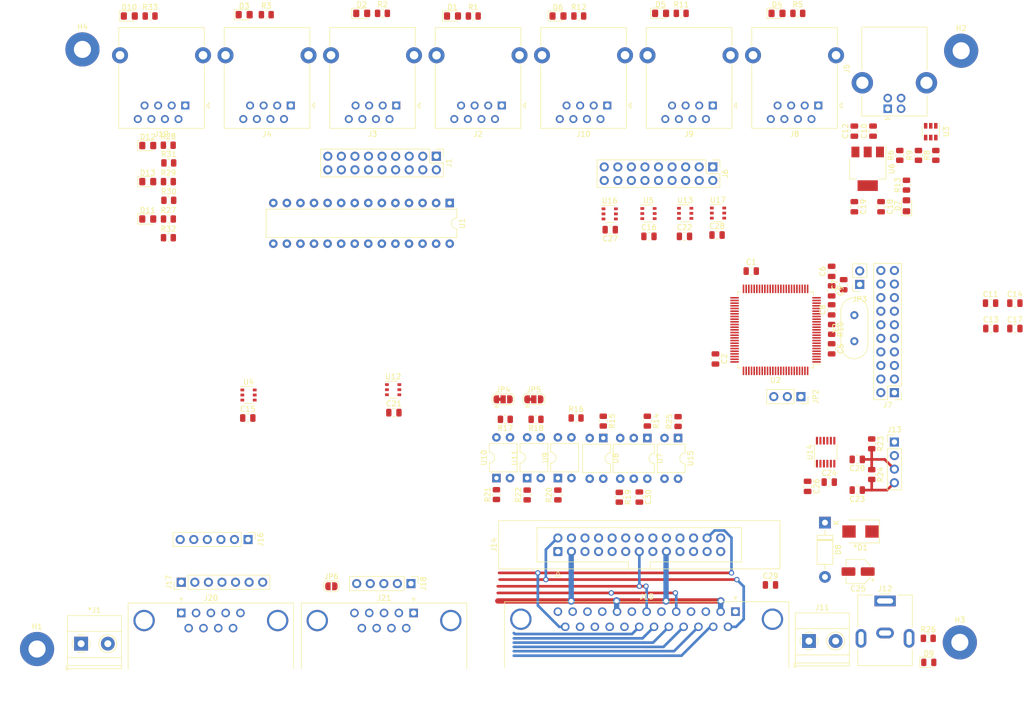
<source format=kicad_pcb>
(kicad_pcb (version 20171130) (host pcbnew "(5.1.8)-1")
  (layers (0 F.Cu signal) (31 B.Cu signal) (34 B.Paste user) (35 F.Paste user) (36 B.SilkS user) (37 F.SilkS user) (38 B.Mask user) (39 F.Mask user) (44 Edge.Cuts user))
  (net 0 "")
  (net 1 COM)
  (net 2 GND)
  (net 3 DRIVE_ENABLE)
  (net 4 "Net-(C1-Pad1)")
  (net 5 "Net-(C2-Pad1)")
  (net 6 OSC_IN)
  (net 7 OSC_OUT)
  (net 8 3V)
  (net 9 RESET)
  (net 10 5V)
  (net 11 "Net-(C20-Pad1)")
  (net 12 DRIVE_VREF)
  (net 13 PWR)
  (net 14 "Net-(D1-Pad2)")
  (net 15 "Net-(D1-Pad1)")
  (net 16 "Net-(D2-Pad2)")
  (net 17 "Net-(D2-Pad1)")
  (net 18 "Net-(D3-Pad2)")
  (net 19 "Net-(D3-Pad1)")
  (net 20 "Net-(D4-Pad2)")
  (net 21 "Net-(D4-Pad1)")
  (net 22 "Net-(D5-Pad2)")
  (net 23 "Net-(D5-Pad1)")
  (net 24 "Net-(D6-Pad2)")
  (net 25 "Net-(D6-Pad1)")
  (net 26 "Net-(D7-Pad2)")
  (net 27 "Net-(D8-Pad2)")
  (net 28 "Net-(D9-Pad2)")
  (net 29 "Net-(D10-Pad2)")
  (net 30 "Net-(D10-Pad1)")
  (net 31 "Net-(D11-Pad2)")
  (net 32 "Net-(D12-Pad2)")
  (net 33 "Net-(D13-Pad2)")
  (net 34 /B16)
  (net 35 /B15)
  (net 36 /B14)
  (net 37 /B13)
  (net 38 /B12)
  (net 39 /B11)
  (net 40 /B10)
  (net 41 /B9)
  (net 42 /B8)
  (net 43 /B7)
  (net 44 /B6)
  (net 45 /B5)
  (net 46 /B4)
  (net 47 /B3)
  (net 48 /B2)
  (net 49 /B1)
  (net 50 "Net-(J5-Pad3)")
  (net 51 "Net-(J5-Pad2)")
  (net 52 BTN16)
  (net 53 BTN15)
  (net 54 BTN14)
  (net 55 BTN13)
  (net 56 BTN12)
  (net 57 BTN11)
  (net 58 BTN10)
  (net 59 BTN9)
  (net 60 BTN8)
  (net 61 BTN7)
  (net 62 BTN6)
  (net 63 BTN5)
  (net 64 BTN4)
  (net 65 BTN3)
  (net 66 BTN2)
  (net 67 BTN1)
  (net 68 PB3)
  (net 69 PA14)
  (net 70 PA13)
  (net 71 PA15)
  (net 72 PB4)
  (net 73 "Net-(J13-Pad2)")
  (net 74 DRIVE_PA+)
  (net 75 DRIVE_PA-)
  (net 76 DRIVE_PB+)
  (net 77 DRIVE_PB-)
  (net 78 DRIVE_PZ-)
  (net 79 DRIVE_PZ+)
  (net 80 SM1)
  (net 81 DRIVE_SigIn2)
  (net 82 DRIVE_SigIn1)
  (net 83 DM1)
  (net 84 SPI1_MOSI)
  (net 85 SPI1_MISO)
  (net 86 SPI1_SCK)
  (net 87 SPI1_CS)
  (net 88 SHIFTER_X)
  (net 89 SHIFTER_Y)
  (net 90 PEDAL_CLUCH)
  (net 91 PEDAL_BREAK)
  (net 92 PEDAL_GAS)
  (net 93 "Net-(J19-Pad2)")
  (net 94 "Net-(J19-Pad4)")
  (net 95 "Net-(J19-Pad3)")
  (net 96 "Net-(J21-Pad9)")
  (net 97 BOOT0)
  (net 98 ENC_A)
  (net 99 "Net-(JP4-Pad2)")
  (net 100 ENC_B)
  (net 101 "Net-(JP5-Pad2)")
  (net 102 "Net-(R8-Pad2)")
  (net 103 USB_DM)
  (net 104 USB_DP)
  (net 105 DRV_PWM)
  (net 106 "Net-(R14-Pad1)")
  (net 107 DRV_DIR)
  (net 108 "Net-(R15-Pad1)")
  (net 109 ENC_I)
  (net 110 "Net-(R20-Pad2)")
  (net 111 "Net-(R21-Pad2)")
  (net 112 "Net-(R22-Pad2)")
  (net 113 "Net-(R25-Pad1)")
  (net 114 FORCE_LED_G)
  (net 115 FORCE_LED_B)
  (net 116 FORCE_LED_R)
  (net 117 SO)
  (net 118 SI)
  (net 119 SCK)
  (net 120 CS0)
  (net 121 "Net-(R6-Pad2)")
  (module Connector_IDC:IDC-Header_2x13_P2.54mm_Latch_Vertical (layer F.Cu) (at 211.75 114 90)
    (fp_text reference J14 (at 1.27 -11.97 90) (layer F.SilkS))
    (fp_text value Conn_02x13_Top_Bottom)
    (pad 26 thru_hole circle (at 2.54 30.48 90) (size 1.7 1.7) (drill 1) (layers *.Cu *.Mask))
    (pad 24 thru_hole circle (at 2.54 27.94 90) (size 1.7 1.7) (drill 1) (layers *.Cu *.Mask) (net 12 DRIVE_VREF))
    (pad 22 thru_hole circle (at 2.54 25.4 90) (size 1.7 1.7) (drill 1) (layers *.Cu *.Mask))
    (pad 20 thru_hole circle (at 2.54 22.86 90) (size 1.7 1.7) (drill 1) (layers *.Cu *.Mask))
    (pad 18 thru_hole circle (at 2.54 20.32 90) (size 1.7 1.7) (drill 1) (layers *.Cu *.Mask))
    (pad 16 thru_hole circle (at 2.54 17.78 90) (size 1.7 1.7) (drill 1) (layers *.Cu *.Mask))
    (pad 14 thru_hole circle (at 2.54 15.24 90) (size 1.7 1.7) (drill 1) (layers *.Cu *.Mask) (net 74 DRIVE_PA+))
    (pad 12 thru_hole circle (at 2.54 12.7 90) (size 1.7 1.7) (drill 1) (layers *.Cu *.Mask) (net 75 DRIVE_PA-))
    (pad 10 thru_hole circle (at 2.54 10.16 90) (size 1.7 1.7) (drill 1) (layers *.Cu *.Mask) (net 76 DRIVE_PB+))
    (pad 8 thru_hole circle (at 2.54 7.62 90) (size 1.7 1.7) (drill 1) (layers *.Cu *.Mask) (net 77 DRIVE_PB-))
    (pad 6 thru_hole circle (at 2.54 5.08 90) (size 1.7 1.7) (drill 1) (layers *.Cu *.Mask) (net 78 DRIVE_PZ-))
    (pad 4 thru_hole circle (at 2.54 2.54 90) (size 1.7 1.7) (drill 1) (layers *.Cu *.Mask) (net 79 DRIVE_PZ+))
    (pad 2 thru_hole circle (at 2.54 0 90) (size 1.7 1.7) (drill 1) (layers *.Cu *.Mask) (net 80 SM1))
    (pad 25 thru_hole circle (at 0 30.48 90) (size 1.7 1.7) (drill 1) (layers *.Cu *.Mask) (net 1 COM))
    (pad 23 thru_hole circle (at 0 27.94 90) (size 1.7 1.7) (drill 1) (layers *.Cu *.Mask))
    (pad 21 thru_hole circle (at 0 25.4 90) (size 1.7 1.7) (drill 1) (layers *.Cu *.Mask))
    (pad 19 thru_hole circle (at 0 22.86 90) (size 1.7 1.7) (drill 1) (layers *.Cu *.Mask) (net 1 COM))
    (pad 17 thru_hole circle (at 0 20.32 90) (size 1.7 1.7) (drill 1) (layers *.Cu *.Mask) (net 13 PWR))
    (pad 15 thru_hole circle (at 0 17.78 90) (size 1.7 1.7) (drill 1) (layers *.Cu *.Mask))
    (pad 13 thru_hole circle (at 0 15.24 90) (size 1.7 1.7) (drill 1) (layers *.Cu *.Mask) (net 81 DRIVE_SigIn2))
    (pad 11 thru_hole circle (at 0 12.7 90) (size 1.7 1.7) (drill 1) (layers *.Cu *.Mask) (net 82 DRIVE_SigIn1))
    (pad 9 thru_hole circle (at 0 10.16 90) (size 1.7 1.7) (drill 1) (layers *.Cu *.Mask) (net 83 DM1))
    (pad 7 thru_hole circle (at 0 7.62 90) (size 1.7 1.7) (drill 1) (layers *.Cu *.Mask))
    (pad 5 thru_hole circle (at 0 5.08 90) (size 1.7 1.7) (drill 1) (layers *.Cu *.Mask))
    (pad 3 thru_hole circle (at 0 2.54 90) (size 1.7 1.7) (drill 1) (layers *.Cu *.Mask) (net 13 PWR))
    (pad 1 thru_hole roundrect (at 0 0 90) (size 1.7 1.7) (drill 1) (layers *.Cu *.Mask) (roundrect_rratio 0.147059) (net 1 COM))
  )
  (module Crystal:Crystal_HC49-4H_Vertical (layer F.Cu) (at 267.25 74.63 90)
    (fp_text reference Y2 (at 2.44 -3.525 90) (layer F.SilkS))
    (fp_text value 8MHz)
    (pad 2 thru_hole circle (at 4.88 0 90) (size 1.5 1.5) (drill 0.8) (layers *.Cu *.Mask) (net 7 OSC_OUT))
    (pad 1 thru_hole circle (at 0 0 90) (size 1.5 1.5) (drill 0.8) (layers *.Cu *.Mask) (net 6 OSC_IN))
  )
  (module Package_SO:TSOP-6_1.65x3.05mm_P0.95mm (layer F.Cu) (at 241.73 50.64)
    (fp_text reference U17 (at 0 -2.45) (layer F.SilkS))
    (fp_text value IP4220CZ6)
    (pad 6 smd rect (at 1.16 -0.95) (size 0.7 0.51) (layers F.Cu F.Paste F.Mask) (net 64 BTN4))
    (pad 5 smd rect (at 1.16 0) (size 0.7 0.51) (layers F.Cu F.Paste F.Mask) (net 8 3V))
    (pad 4 smd rect (at 1.16 0.95) (size 0.7 0.51) (layers F.Cu F.Paste F.Mask) (net 65 BTN3))
    (pad 3 smd rect (at -1.16 0.95) (size 0.7 0.51) (layers F.Cu F.Paste F.Mask) (net 66 BTN2))
    (pad 2 smd rect (at -1.16 0) (size 0.7 0.51) (layers F.Cu F.Paste F.Mask) (net 2 GND))
    (pad 1 smd rect (at -1.16 -0.95) (size 0.7 0.51) (layers F.Cu F.Paste F.Mask) (net 67 BTN1))
  )
  (module Package_SO:TSOP-6_1.65x3.05mm_P0.95mm (layer F.Cu) (at 221.45 50.79)
    (fp_text reference U16 (at 0 -2.45) (layer F.SilkS))
    (fp_text value IP4220CZ6)
    (pad 6 smd rect (at 1.16 -0.95) (size 0.7 0.51) (layers F.Cu F.Paste F.Mask) (net 52 BTN16))
    (pad 5 smd rect (at 1.16 0) (size 0.7 0.51) (layers F.Cu F.Paste F.Mask) (net 8 3V))
    (pad 4 smd rect (at 1.16 0.95) (size 0.7 0.51) (layers F.Cu F.Paste F.Mask) (net 53 BTN15))
    (pad 3 smd rect (at -1.16 0.95) (size 0.7 0.51) (layers F.Cu F.Paste F.Mask) (net 54 BTN14))
    (pad 2 smd rect (at -1.16 0) (size 0.7 0.51) (layers F.Cu F.Paste F.Mask) (net 2 GND))
    (pad 1 smd rect (at -1.16 -0.95) (size 0.7 0.51) (layers F.Cu F.Paste F.Mask) (net 55 BTN13))
  )
  (module Package_DIP:DIP-4_W7.62mm (layer F.Cu) (at 234.25 92.75 270)
    (fp_text reference U15 (at 3.81 -2.33 90) (layer F.SilkS))
    (fp_text value PC817)
    (pad 4 thru_hole oval (at 7.62 0 270) (size 1.6 1.6) (drill 0.8) (layers *.Cu *.Mask) (net 82 DRIVE_SigIn1))
    (pad 2 thru_hole oval (at 0 2.54 270) (size 1.6 1.6) (drill 0.8) (layers *.Cu *.Mask) (net 3 DRIVE_ENABLE))
    (pad 3 thru_hole oval (at 7.62 2.54 270) (size 1.6 1.6) (drill 0.8) (layers *.Cu *.Mask) (net 1 COM))
    (pad 1 thru_hole rect (at 0 0 270) (size 1.6 1.6) (drill 0.8) (layers *.Cu *.Mask) (net 113 "Net-(R25-Pad1)"))
  )
  (module Package_SO:MSOP-12_3x4mm_P0.65mm (layer F.Cu) (at 261.875 95.4 90)
    (fp_text reference U14 (at 0 -2.95 90) (layer F.SilkS))
    (fp_text value LTC2644)
    (pad 12 smd roundrect (at 2.15 -1.625 90) (size 1.45 0.4) (layers F.Cu F.Paste F.Mask) (net 1 COM))
    (pad 11 smd roundrect (at 2.15 -0.975 90) (size 1.45 0.4) (layers F.Cu F.Paste F.Mask) (net 1 COM))
    (pad 10 smd roundrect (at 2.15 -0.325 90) (size 1.45 0.4) (layers F.Cu F.Paste F.Mask) (net 13 PWR))
    (pad 9 smd roundrect (at 2.15 0.325 90) (size 1.45 0.4) (layers F.Cu F.Paste F.Mask) (net 73 "Net-(J13-Pad2)"))
    (pad 8 smd roundrect (at 2.15 0.975 90) (size 1.45 0.4) (layers F.Cu F.Paste F.Mask))
    (pad 7 smd roundrect (at 2.15 1.625 90) (size 1.45 0.4) (layers F.Cu F.Paste F.Mask) (net 13 PWR))
    (pad 6 smd roundrect (at -2.15 1.625 90) (size 1.45 0.4) (layers F.Cu F.Paste F.Mask) (net 1 COM))
    (pad 5 smd roundrect (at -2.15 0.975 90) (size 1.45 0.4) (layers F.Cu F.Paste F.Mask) (net 13 PWR))
    (pad 4 smd roundrect (at -2.15 0.325 90) (size 1.45 0.4) (layers F.Cu F.Paste F.Mask) (net 13 PWR))
    (pad 3 smd roundrect (at -2.15 -0.325 90) (size 1.45 0.4) (layers F.Cu F.Paste F.Mask))
    (pad 2 smd roundrect (at -2.15 -0.975 90) (size 1.45 0.4) (layers F.Cu F.Paste F.Mask) (net 12 DRIVE_VREF))
    (pad 1 smd roundrect (at -2.15 -1.625 90) (size 1.45 0.4) (layers F.Cu F.Paste F.Mask) (net 13 PWR))
  )
  (module Package_SO:TSOP-6_1.65x3.05mm_P0.95mm (layer F.Cu) (at 235.58 50.69)
    (fp_text reference U13 (at 0 -2.45) (layer F.SilkS))
    (fp_text value IP4220CZ6)
    (pad 6 smd rect (at 1.16 -0.95) (size 0.7 0.51) (layers F.Cu F.Paste F.Mask) (net 60 BTN8))
    (pad 5 smd rect (at 1.16 0) (size 0.7 0.51) (layers F.Cu F.Paste F.Mask) (net 8 3V))
    (pad 4 smd rect (at 1.16 0.95) (size 0.7 0.51) (layers F.Cu F.Paste F.Mask) (net 61 BTN7))
    (pad 3 smd rect (at -1.16 0.95) (size 0.7 0.51) (layers F.Cu F.Paste F.Mask) (net 62 BTN6))
    (pad 2 smd rect (at -1.16 0) (size 0.7 0.51) (layers F.Cu F.Paste F.Mask) (net 2 GND))
    (pad 1 smd rect (at -1.16 -0.95) (size 0.7 0.51) (layers F.Cu F.Paste F.Mask) (net 63 BTN5))
  )
  (module Package_SO:TSOP-6_1.65x3.05mm_P0.95mm (layer F.Cu) (at 180.91 83.7)
    (fp_text reference U12 (at 0 -2.45) (layer F.SilkS))
    (fp_text value IP4220CZ6)
    (pad 6 smd rect (at 1.16 -0.95) (size 0.7 0.51) (layers F.Cu F.Paste F.Mask) (net 91 PEDAL_BREAK))
    (pad 5 smd rect (at 1.16 0) (size 0.7 0.51) (layers F.Cu F.Paste F.Mask) (net 8 3V))
    (pad 4 smd rect (at 1.16 0.95) (size 0.7 0.51) (layers F.Cu F.Paste F.Mask) (net 92 PEDAL_GAS))
    (pad 3 smd rect (at -1.16 0.95) (size 0.7 0.51) (layers F.Cu F.Paste F.Mask) (net 90 PEDAL_CLUCH))
    (pad 2 smd rect (at -1.16 0) (size 0.7 0.51) (layers F.Cu F.Paste F.Mask) (net 2 GND))
    (pad 1 smd rect (at -1.16 -0.95) (size 0.7 0.51) (layers F.Cu F.Paste F.Mask) (net 88 SHIFTER_X))
  )
  (module Package_DIP:DIP-4_W7.62mm (layer F.Cu) (at 206 100.25 90)
    (fp_text reference U11 (at 3.81 -2.33 90) (layer F.SilkS))
    (fp_text value PC817)
    (pad 4 thru_hole oval (at 7.62 0 90) (size 1.6 1.6) (drill 0.8) (layers *.Cu *.Mask) (net 8 3V))
    (pad 2 thru_hole oval (at 0 2.54 90) (size 1.6 1.6) (drill 0.8) (layers *.Cu *.Mask) (net 77 DRIVE_PB-))
    (pad 3 thru_hole oval (at 7.62 2.54 90) (size 1.6 1.6) (drill 0.8) (layers *.Cu *.Mask) (net 101 "Net-(JP5-Pad2)"))
    (pad 1 thru_hole rect (at 0 0 90) (size 1.6 1.6) (drill 0.8) (layers *.Cu *.Mask) (net 112 "Net-(R22-Pad2)"))
  )
  (module Package_DIP:DIP-4_W7.62mm (layer F.Cu) (at 200.25 100.25 90)
    (fp_text reference U10 (at 3.81 -2.33 90) (layer F.SilkS))
    (fp_text value PC817)
    (pad 4 thru_hole oval (at 7.62 0 90) (size 1.6 1.6) (drill 0.8) (layers *.Cu *.Mask) (net 8 3V))
    (pad 2 thru_hole oval (at 0 2.54 90) (size 1.6 1.6) (drill 0.8) (layers *.Cu *.Mask) (net 75 DRIVE_PA-))
    (pad 3 thru_hole oval (at 7.62 2.54 90) (size 1.6 1.6) (drill 0.8) (layers *.Cu *.Mask) (net 99 "Net-(JP4-Pad2)"))
    (pad 1 thru_hole rect (at 0 0 90) (size 1.6 1.6) (drill 0.8) (layers *.Cu *.Mask) (net 111 "Net-(R21-Pad2)"))
  )
  (module Package_DIP:DIP-4_W7.62mm (layer F.Cu) (at 211.75 100.25 90)
    (fp_text reference U9 (at 3.81 -2.33 90) (layer F.SilkS))
    (fp_text value PC817)
    (pad 4 thru_hole oval (at 7.62 0 90) (size 1.6 1.6) (drill 0.8) (layers *.Cu *.Mask) (net 8 3V))
    (pad 2 thru_hole oval (at 0 2.54 90) (size 1.6 1.6) (drill 0.8) (layers *.Cu *.Mask) (net 78 DRIVE_PZ-))
    (pad 3 thru_hole oval (at 7.62 2.54 90) (size 1.6 1.6) (drill 0.8) (layers *.Cu *.Mask) (net 109 ENC_I))
    (pad 1 thru_hole rect (at 0 0 90) (size 1.6 1.6) (drill 0.8) (layers *.Cu *.Mask) (net 110 "Net-(R20-Pad2)"))
  )
  (module Package_DIP:DIP-4_W7.62mm (layer F.Cu) (at 220.25 92.75 270)
    (fp_text reference U8 (at 3.81 -2.33 90) (layer F.SilkS))
    (fp_text value PC817)
    (pad 4 thru_hole oval (at 7.62 0 270) (size 1.6 1.6) (drill 0.8) (layers *.Cu *.Mask) (net 81 DRIVE_SigIn2))
    (pad 2 thru_hole oval (at 0 2.54 270) (size 1.6 1.6) (drill 0.8) (layers *.Cu *.Mask) (net 2 GND))
    (pad 3 thru_hole oval (at 7.62 2.54 270) (size 1.6 1.6) (drill 0.8) (layers *.Cu *.Mask) (net 1 COM))
    (pad 1 thru_hole rect (at 0 0 270) (size 1.6 1.6) (drill 0.8) (layers *.Cu *.Mask) (net 108 "Net-(R15-Pad1)"))
  )
  (module Package_DIP:DIP-6_W7.62mm (layer F.Cu) (at 228.5 92.75 270)
    (fp_text reference U7 (at 3.81 -2.33 90) (layer F.SilkS))
    (fp_text value 4N35)
    (pad 6 thru_hole oval (at 7.62 0 270) (size 1.6 1.6) (drill 0.8) (layers *.Cu *.Mask))
    (pad 3 thru_hole oval (at 0 5.08 270) (size 1.6 1.6) (drill 0.8) (layers *.Cu *.Mask))
    (pad 5 thru_hole oval (at 7.62 2.54 270) (size 1.6 1.6) (drill 0.8) (layers *.Cu *.Mask) (net 13 PWR))
    (pad 2 thru_hole oval (at 0 2.54 270) (size 1.6 1.6) (drill 0.8) (layers *.Cu *.Mask) (net 2 GND))
    (pad 4 thru_hole oval (at 7.62 5.08 270) (size 1.6 1.6) (drill 0.8) (layers *.Cu *.Mask) (net 73 "Net-(J13-Pad2)"))
    (pad 1 thru_hole rect (at 0 0 270) (size 1.6 1.6) (drill 0.8) (layers *.Cu *.Mask) (net 106 "Net-(R14-Pad1)"))
  )
  (module Package_TO_SOT_SMD:SOT-223-3_TabPin2 (layer F.Cu) (at 269.75 42.35 270)
    (fp_text reference U6 (at 0 -4.5 90) (layer F.SilkS))
    (fp_text value AMS1117)
    (pad 1 smd rect (at -3.15 -2.3 270) (size 2 1.5) (layers F.Cu F.Paste F.Mask) (net 2 GND))
    (pad 3 smd rect (at -3.15 2.3 270) (size 2 1.5) (layers F.Cu F.Paste F.Mask) (net 10 5V))
    (pad 2 smd rect (at -3.15 0 270) (size 2 1.5) (layers F.Cu F.Paste F.Mask) (net 8 3V))
    (pad 2 smd rect (at 3.15 0 270) (size 2 3.8) (layers F.Cu F.Paste F.Mask) (net 8 3V))
  )
  (module Package_SO:TSOP-6_1.65x3.05mm_P0.95mm (layer F.Cu) (at 228.71 50.73)
    (fp_text reference U5 (at 0 -2.45) (layer F.SilkS))
    (fp_text value IP4220CZ6)
    (pad 6 smd rect (at 1.16 -0.95) (size 0.7 0.51) (layers F.Cu F.Paste F.Mask) (net 56 BTN12))
    (pad 5 smd rect (at 1.16 0) (size 0.7 0.51) (layers F.Cu F.Paste F.Mask) (net 8 3V))
    (pad 4 smd rect (at 1.16 0.95) (size 0.7 0.51) (layers F.Cu F.Paste F.Mask) (net 57 BTN11))
    (pad 3 smd rect (at -1.16 0.95) (size 0.7 0.51) (layers F.Cu F.Paste F.Mask) (net 58 BTN10))
    (pad 2 smd rect (at -1.16 0) (size 0.7 0.51) (layers F.Cu F.Paste F.Mask) (net 2 GND))
    (pad 1 smd rect (at -1.16 -0.95) (size 0.7 0.51) (layers F.Cu F.Paste F.Mask) (net 59 BTN9))
  )
  (module Package_SO:TSOP-6_1.65x3.05mm_P0.95mm (layer F.Cu) (at 153.84 84.7)
    (fp_text reference U4 (at 0 -2.45) (layer F.SilkS))
    (fp_text value IP4220CZ6)
    (pad 6 smd rect (at 1.16 -0.95) (size 0.7 0.51) (layers F.Cu F.Paste F.Mask) (net 89 SHIFTER_Y))
    (pad 5 smd rect (at 1.16 0) (size 0.7 0.51) (layers F.Cu F.Paste F.Mask) (net 8 3V))
    (pad 4 smd rect (at 1.16 0.95) (size 0.7 0.51) (layers F.Cu F.Paste F.Mask) (net 87 SPI1_CS))
    (pad 3 smd rect (at -1.16 0.95) (size 0.7 0.51) (layers F.Cu F.Paste F.Mask) (net 86 SPI1_SCK))
    (pad 2 smd rect (at -1.16 0) (size 0.7 0.51) (layers F.Cu F.Paste F.Mask) (net 2 GND))
    (pad 1 smd rect (at -1.16 -0.95) (size 0.7 0.51) (layers F.Cu F.Paste F.Mask) (net 85 SPI1_MISO))
  )
  (module Package_TO_SOT_SMD:SOT-23-6 (layer F.Cu) (at 281.55 35.4 270)
    (fp_text reference U3 (at 0 -2.9 90) (layer F.SilkS))
    (fp_text value USBLC6-2SC6)
    (pad 5 smd rect (at 1.1 0 270) (size 1.06 0.65) (layers F.Cu F.Paste F.Mask) (net 10 5V))
    (pad 6 smd rect (at 1.1 -0.95 270) (size 1.06 0.65) (layers F.Cu F.Paste F.Mask) (net 102 "Net-(R8-Pad2)"))
    (pad 4 smd rect (at 1.1 0.95 270) (size 1.06 0.65) (layers F.Cu F.Paste F.Mask) (net 121 "Net-(R6-Pad2)"))
    (pad 3 smd rect (at -1.1 0.95 270) (size 1.06 0.65) (layers F.Cu F.Paste F.Mask) (net 51 "Net-(J5-Pad2)"))
    (pad 2 smd rect (at -1.1 0 270) (size 1.06 0.65) (layers F.Cu F.Paste F.Mask) (net 2 GND))
    (pad 1 smd rect (at -1.1 -0.95 270) (size 1.06 0.65) (layers F.Cu F.Paste F.Mask) (net 50 "Net-(J5-Pad3)"))
  )
  (module Package_QFP:LQFP-100_14x14mm_P0.5mm (layer F.Cu) (at 252.5 72.5 180)
    (fp_text reference U2 (at 0 -9.42) (layer F.SilkS))
    (fp_text value STM32F407VETx)
    (pad 100 smd roundrect (at -6 -7.675 180) (size 0.3 1.6) (layers F.Cu F.Paste F.Mask) (net 8 3V))
    (pad 99 smd roundrect (at -5.5 -7.675 180) (size 0.3 1.6) (layers F.Cu F.Paste F.Mask) (net 2 GND))
    (pad 98 smd roundrect (at -5 -7.675 180) (size 0.3 1.6) (layers F.Cu F.Paste F.Mask) (net 66 BTN2))
    (pad 97 smd roundrect (at -4.5 -7.675 180) (size 0.3 1.6) (layers F.Cu F.Paste F.Mask) (net 67 BTN1))
    (pad 96 smd roundrect (at -4 -7.675 180) (size 0.3 1.6) (layers F.Cu F.Paste F.Mask))
    (pad 95 smd roundrect (at -3.5 -7.675 180) (size 0.3 1.6) (layers F.Cu F.Paste F.Mask))
    (pad 94 smd roundrect (at -3 -7.675 180) (size 0.3 1.6) (layers F.Cu F.Paste F.Mask) (net 97 BOOT0))
    (pad 93 smd roundrect (at -2.5 -7.675 180) (size 0.3 1.6) (layers F.Cu F.Paste F.Mask))
    (pad 92 smd roundrect (at -2 -7.675 180) (size 0.3 1.6) (layers F.Cu F.Paste F.Mask))
    (pad 91 smd roundrect (at -1.5 -7.675 180) (size 0.3 1.6) (layers F.Cu F.Paste F.Mask))
    (pad 90 smd roundrect (at -1 -7.675 180) (size 0.3 1.6) (layers F.Cu F.Paste F.Mask) (net 72 PB4))
    (pad 89 smd roundrect (at -0.5 -7.675 180) (size 0.3 1.6) (layers F.Cu F.Paste F.Mask) (net 68 PB3))
    (pad 88 smd roundrect (at 0 -7.675 180) (size 0.3 1.6) (layers F.Cu F.Paste F.Mask))
    (pad 87 smd roundrect (at 0.5 -7.675 180) (size 0.3 1.6) (layers F.Cu F.Paste F.Mask))
    (pad 86 smd roundrect (at 1 -7.675 180) (size 0.3 1.6) (layers F.Cu F.Paste F.Mask))
    (pad 85 smd roundrect (at 1.5 -7.675 180) (size 0.3 1.6) (layers F.Cu F.Paste F.Mask))
    (pad 84 smd roundrect (at 2 -7.675 180) (size 0.3 1.6) (layers F.Cu F.Paste F.Mask))
    (pad 83 smd roundrect (at 2.5 -7.675 180) (size 0.3 1.6) (layers F.Cu F.Paste F.Mask))
    (pad 82 smd roundrect (at 3 -7.675 180) (size 0.3 1.6) (layers F.Cu F.Paste F.Mask))
    (pad 81 smd roundrect (at 3.5 -7.675 180) (size 0.3 1.6) (layers F.Cu F.Paste F.Mask))
    (pad 80 smd roundrect (at 4 -7.675 180) (size 0.3 1.6) (layers F.Cu F.Paste F.Mask) (net 55 BTN13))
    (pad 79 smd roundrect (at 4.5 -7.675 180) (size 0.3 1.6) (layers F.Cu F.Paste F.Mask) (net 56 BTN12))
    (pad 78 smd roundrect (at 5 -7.675 180) (size 0.3 1.6) (layers F.Cu F.Paste F.Mask) (net 57 BTN11))
    (pad 77 smd roundrect (at 5.5 -7.675 180) (size 0.3 1.6) (layers F.Cu F.Paste F.Mask) (net 71 PA15))
    (pad 76 smd roundrect (at 6 -7.675 180) (size 0.3 1.6) (layers F.Cu F.Paste F.Mask) (net 69 PA14))
    (pad 75 smd roundrect (at 7.675 -6 180) (size 1.6 0.3) (layers F.Cu F.Paste F.Mask) (net 8 3V))
    (pad 74 smd roundrect (at 7.675 -5.5 180) (size 1.6 0.3) (layers F.Cu F.Paste F.Mask) (net 2 GND))
    (pad 73 smd roundrect (at 7.675 -5 180) (size 1.6 0.3) (layers F.Cu F.Paste F.Mask) (net 5 "Net-(C2-Pad1)"))
    (pad 72 smd roundrect (at 7.675 -4.5 180) (size 1.6 0.3) (layers F.Cu F.Paste F.Mask) (net 70 PA13))
    (pad 71 smd roundrect (at 7.675 -4 180) (size 1.6 0.3) (layers F.Cu F.Paste F.Mask) (net 104 USB_DP))
    (pad 70 smd roundrect (at 7.675 -3.5 180) (size 1.6 0.3) (layers F.Cu F.Paste F.Mask) (net 103 USB_DM))
    (pad 69 smd roundrect (at 7.675 -3 180) (size 1.6 0.3) (layers F.Cu F.Paste F.Mask))
    (pad 68 smd roundrect (at 7.675 -2.5 180) (size 1.6 0.3) (layers F.Cu F.Paste F.Mask))
    (pad 67 smd roundrect (at 7.675 -2 180) (size 1.6 0.3) (layers F.Cu F.Paste F.Mask))
    (pad 66 smd roundrect (at 7.675 -1.5 180) (size 1.6 0.3) (layers F.Cu F.Paste F.Mask) (net 58 BTN10))
    (pad 65 smd roundrect (at 7.675 -1 180) (size 1.6 0.3) (layers F.Cu F.Paste F.Mask) (net 59 BTN9))
    (pad 64 smd roundrect (at 7.675 -0.5 180) (size 1.6 0.3) (layers F.Cu F.Paste F.Mask) (net 60 BTN8))
    (pad 63 smd roundrect (at 7.675 0 180) (size 1.6 0.3) (layers F.Cu F.Paste F.Mask) (net 61 BTN7))
    (pad 62 smd roundrect (at 7.675 0.5 180) (size 1.6 0.3) (layers F.Cu F.Paste F.Mask) (net 115 FORCE_LED_B))
    (pad 61 smd roundrect (at 7.675 1 180) (size 1.6 0.3) (layers F.Cu F.Paste F.Mask) (net 116 FORCE_LED_R))
    (pad 60 smd roundrect (at 7.675 1.5 180) (size 1.6 0.3) (layers F.Cu F.Paste F.Mask))
    (pad 59 smd roundrect (at 7.675 2 180) (size 1.6 0.3) (layers F.Cu F.Paste F.Mask) (net 114 FORCE_LED_G))
    (pad 58 smd roundrect (at 7.675 2.5 180) (size 1.6 0.3) (layers F.Cu F.Paste F.Mask))
    (pad 57 smd roundrect (at 7.675 3 180) (size 1.6 0.3) (layers F.Cu F.Paste F.Mask))
    (pad 56 smd roundrect (at 7.675 3.5 180) (size 1.6 0.3) (layers F.Cu F.Paste F.Mask))
    (pad 55 smd roundrect (at 7.675 4 180) (size 1.6 0.3) (layers F.Cu F.Paste F.Mask))
    (pad 54 smd roundrect (at 7.675 4.5 180) (size 1.6 0.3) (layers F.Cu F.Paste F.Mask) (net 118 SI))
    (pad 53 smd roundrect (at 7.675 5 180) (size 1.6 0.3) (layers F.Cu F.Paste F.Mask) (net 117 SO))
    (pad 52 smd roundrect (at 7.675 5.5 180) (size 1.6 0.3) (layers F.Cu F.Paste F.Mask) (net 119 SCK))
    (pad 51 smd roundrect (at 7.675 6 180) (size 1.6 0.3) (layers F.Cu F.Paste F.Mask) (net 120 CS0))
    (pad 50 smd roundrect (at 6 7.675 180) (size 0.3 1.6) (layers F.Cu F.Paste F.Mask) (net 8 3V))
    (pad 49 smd roundrect (at 5.5 7.675 180) (size 0.3 1.6) (layers F.Cu F.Paste F.Mask) (net 4 "Net-(C1-Pad1)"))
    (pad 48 smd roundrect (at 5 7.675 180) (size 0.3 1.6) (layers F.Cu F.Paste F.Mask))
    (pad 47 smd roundrect (at 4.5 7.675 180) (size 0.3 1.6) (layers F.Cu F.Paste F.Mask))
    (pad 46 smd roundrect (at 4 7.675 180) (size 0.3 1.6) (layers F.Cu F.Paste F.Mask))
    (pad 45 smd roundrect (at 3.5 7.675 180) (size 0.3 1.6) (layers F.Cu F.Paste F.Mask))
    (pad 44 smd roundrect (at 3 7.675 180) (size 0.3 1.6) (layers F.Cu F.Paste F.Mask))
    (pad 43 smd roundrect (at 2.5 7.675 180) (size 0.3 1.6) (layers F.Cu F.Paste F.Mask))
    (pad 42 smd roundrect (at 2 7.675 180) (size 0.3 1.6) (layers F.Cu F.Paste F.Mask) (net 107 DRV_DIR))
    (pad 41 smd roundrect (at 1.5 7.675 180) (size 0.3 1.6) (layers F.Cu F.Paste F.Mask))
    (pad 40 smd roundrect (at 1 7.675 180) (size 0.3 1.6) (layers F.Cu F.Paste F.Mask) (net 105 DRV_PWM))
    (pad 39 smd roundrect (at 0.5 7.675 180) (size 0.3 1.6) (layers F.Cu F.Paste F.Mask))
    (pad 38 smd roundrect (at 0 7.675 180) (size 0.3 1.6) (layers F.Cu F.Paste F.Mask))
    (pad 37 smd roundrect (at -0.5 7.675 180) (size 0.3 1.6) (layers F.Cu F.Paste F.Mask))
    (pad 36 smd roundrect (at -1 7.675 180) (size 0.3 1.6) (layers F.Cu F.Paste F.Mask) (net 91 PEDAL_BREAK))
    (pad 35 smd roundrect (at -1.5 7.675 180) (size 0.3 1.6) (layers F.Cu F.Paste F.Mask) (net 92 PEDAL_GAS))
    (pad 34 smd roundrect (at -2 7.675 180) (size 0.3 1.6) (layers F.Cu F.Paste F.Mask))
    (pad 33 smd roundrect (at -2.5 7.675 180) (size 0.3 1.6) (layers F.Cu F.Paste F.Mask) (net 90 PEDAL_CLUCH))
    (pad 32 smd roundrect (at -3 7.675 180) (size 0.3 1.6) (layers F.Cu F.Paste F.Mask) (net 84 SPI1_MOSI))
    (pad 31 smd roundrect (at -3.5 7.675 180) (size 0.3 1.6) (layers F.Cu F.Paste F.Mask) (net 85 SPI1_MISO))
    (pad 30 smd roundrect (at -4 7.675 180) (size 0.3 1.6) (layers F.Cu F.Paste F.Mask) (net 86 SPI1_SCK))
    (pad 29 smd roundrect (at -4.5 7.675 180) (size 0.3 1.6) (layers F.Cu F.Paste F.Mask) (net 87 SPI1_CS))
    (pad 28 smd roundrect (at -5 7.675 180) (size 0.3 1.6) (layers F.Cu F.Paste F.Mask) (net 8 3V))
    (pad 27 smd roundrect (at -5.5 7.675 180) (size 0.3 1.6) (layers F.Cu F.Paste F.Mask) (net 2 GND))
    (pad 26 smd roundrect (at -6 7.675 180) (size 0.3 1.6) (layers F.Cu F.Paste F.Mask))
    (pad 25 smd roundrect (at -7.675 6 180) (size 1.6 0.3) (layers F.Cu F.Paste F.Mask) (net 109 ENC_I))
    (pad 24 smd roundrect (at -7.675 5.5 180) (size 1.6 0.3) (layers F.Cu F.Paste F.Mask) (net 100 ENC_B))
    (pad 23 smd roundrect (at -7.675 5 180) (size 1.6 0.3) (layers F.Cu F.Paste F.Mask) (net 98 ENC_A))
    (pad 22 smd roundrect (at -7.675 4.5 180) (size 1.6 0.3) (layers F.Cu F.Paste F.Mask) (net 8 3V))
    (pad 21 smd roundrect (at -7.675 4 180) (size 1.6 0.3) (layers F.Cu F.Paste F.Mask) (net 8 3V))
    (pad 20 smd roundrect (at -7.675 3.5 180) (size 1.6 0.3) (layers F.Cu F.Paste F.Mask) (net 2 GND))
    (pad 19 smd roundrect (at -7.675 3 180) (size 1.6 0.3) (layers F.Cu F.Paste F.Mask) (net 8 3V))
    (pad 18 smd roundrect (at -7.675 2.5 180) (size 1.6 0.3) (layers F.Cu F.Paste F.Mask))
    (pad 17 smd roundrect (at -7.675 2 180) (size 1.6 0.3) (layers F.Cu F.Paste F.Mask) (net 88 SHIFTER_X))
    (pad 16 smd roundrect (at -7.675 1.5 180) (size 1.6 0.3) (layers F.Cu F.Paste F.Mask) (net 89 SHIFTER_Y))
    (pad 15 smd roundrect (at -7.675 1 180) (size 1.6 0.3) (layers F.Cu F.Paste F.Mask))
    (pad 14 smd roundrect (at -7.675 0.5 180) (size 1.6 0.3) (layers F.Cu F.Paste F.Mask) (net 9 RESET))
    (pad 13 smd roundrect (at -7.675 0 180) (size 1.6 0.3) (layers F.Cu F.Paste F.Mask) (net 7 OSC_OUT))
    (pad 12 smd roundrect (at -7.675 -0.5 180) (size 1.6 0.3) (layers F.Cu F.Paste F.Mask) (net 6 OSC_IN))
    (pad 11 smd roundrect (at -7.675 -1 180) (size 1.6 0.3) (layers F.Cu F.Paste F.Mask) (net 8 3V))
    (pad 10 smd roundrect (at -7.675 -1.5 180) (size 1.6 0.3) (layers F.Cu F.Paste F.Mask) (net 2 GND))
    (pad 9 smd roundrect (at -7.675 -2 180) (size 1.6 0.3) (layers F.Cu F.Paste F.Mask) (net 52 BTN16))
    (pad 8 smd roundrect (at -7.675 -2.5 180) (size 1.6 0.3) (layers F.Cu F.Paste F.Mask) (net 53 BTN15))
    (pad 7 smd roundrect (at -7.675 -3 180) (size 1.6 0.3) (layers F.Cu F.Paste F.Mask) (net 54 BTN14))
    (pad 6 smd roundrect (at -7.675 -3.5 180) (size 1.6 0.3) (layers F.Cu F.Paste F.Mask))
    (pad 5 smd roundrect (at -7.675 -4 180) (size 1.6 0.3) (layers F.Cu F.Paste F.Mask))
    (pad 4 smd roundrect (at -7.675 -4.5 180) (size 1.6 0.3) (layers F.Cu F.Paste F.Mask) (net 62 BTN6))
    (pad 3 smd roundrect (at -7.675 -5 180) (size 1.6 0.3) (layers F.Cu F.Paste F.Mask) (net 63 BTN5))
    (pad 2 smd roundrect (at -7.675 -5.5 180) (size 1.6 0.3) (layers F.Cu F.Paste F.Mask) (net 64 BTN4))
    (pad 1 smd roundrect (at -7.675 -6 180) (size 1.6 0.3) (layers F.Cu F.Paste F.Mask) (net 65 BTN3))
  )
  (module Package_DIP:DIP-28_W7.62mm (layer F.Cu) (at 191.5 48.75 270)
    (fp_text reference U1 (at 3.81 -2.33 90) (layer F.SilkS))
    (fp_text value MCP23S17_SP)
    (pad 28 thru_hole oval (at 7.62 0 270) (size 1.6 1.6) (drill 0.8) (layers *.Cu *.Mask) (net 34 /B16))
    (pad 14 thru_hole oval (at 0 33.02 270) (size 1.6 1.6) (drill 0.8) (layers *.Cu *.Mask) (net 117 SO))
    (pad 27 thru_hole oval (at 7.62 2.54 270) (size 1.6 1.6) (drill 0.8) (layers *.Cu *.Mask) (net 35 /B15))
    (pad 13 thru_hole oval (at 0 30.48 270) (size 1.6 1.6) (drill 0.8) (layers *.Cu *.Mask) (net 118 SI))
    (pad 26 thru_hole oval (at 7.62 5.08 270) (size 1.6 1.6) (drill 0.8) (layers *.Cu *.Mask) (net 36 /B14))
    (pad 12 thru_hole oval (at 0 27.94 270) (size 1.6 1.6) (drill 0.8) (layers *.Cu *.Mask) (net 119 SCK))
    (pad 25 thru_hole oval (at 7.62 7.62 270) (size 1.6 1.6) (drill 0.8) (layers *.Cu *.Mask) (net 37 /B13))
    (pad 11 thru_hole oval (at 0 25.4 270) (size 1.6 1.6) (drill 0.8) (layers *.Cu *.Mask) (net 120 CS0))
    (pad 24 thru_hole oval (at 7.62 10.16 270) (size 1.6 1.6) (drill 0.8) (layers *.Cu *.Mask) (net 38 /B12))
    (pad 10 thru_hole oval (at 0 22.86 270) (size 1.6 1.6) (drill 0.8) (layers *.Cu *.Mask) (net 2 GND))
    (pad 23 thru_hole oval (at 7.62 12.7 270) (size 1.6 1.6) (drill 0.8) (layers *.Cu *.Mask) (net 39 /B11))
    (pad 9 thru_hole oval (at 0 20.32 270) (size 1.6 1.6) (drill 0.8) (layers *.Cu *.Mask) (net 8 3V))
    (pad 22 thru_hole oval (at 7.62 15.24 270) (size 1.6 1.6) (drill 0.8) (layers *.Cu *.Mask) (net 40 /B10))
    (pad 8 thru_hole oval (at 0 17.78 270) (size 1.6 1.6) (drill 0.8) (layers *.Cu *.Mask) (net 42 /B8))
    (pad 21 thru_hole oval (at 7.62 17.78 270) (size 1.6 1.6) (drill 0.8) (layers *.Cu *.Mask) (net 41 /B9))
    (pad 7 thru_hole oval (at 0 15.24 270) (size 1.6 1.6) (drill 0.8) (layers *.Cu *.Mask) (net 43 /B7))
    (pad 20 thru_hole oval (at 7.62 20.32 270) (size 1.6 1.6) (drill 0.8) (layers *.Cu *.Mask))
    (pad 6 thru_hole oval (at 0 12.7 270) (size 1.6 1.6) (drill 0.8) (layers *.Cu *.Mask) (net 44 /B6))
    (pad 19 thru_hole oval (at 7.62 22.86 270) (size 1.6 1.6) (drill 0.8) (layers *.Cu *.Mask))
    (pad 5 thru_hole oval (at 0 10.16 270) (size 1.6 1.6) (drill 0.8) (layers *.Cu *.Mask) (net 45 /B5))
    (pad 18 thru_hole oval (at 7.62 25.4 270) (size 1.6 1.6) (drill 0.8) (layers *.Cu *.Mask) (net 8 3V))
    (pad 4 thru_hole oval (at 0 7.62 270) (size 1.6 1.6) (drill 0.8) (layers *.Cu *.Mask) (net 46 /B4))
    (pad 17 thru_hole oval (at 7.62 27.94 270) (size 1.6 1.6) (drill 0.8) (layers *.Cu *.Mask) (net 2 GND))
    (pad 3 thru_hole oval (at 0 5.08 270) (size 1.6 1.6) (drill 0.8) (layers *.Cu *.Mask) (net 47 /B3))
    (pad 16 thru_hole oval (at 7.62 30.48 270) (size 1.6 1.6) (drill 0.8) (layers *.Cu *.Mask) (net 2 GND))
    (pad 2 thru_hole oval (at 0 2.54 270) (size 1.6 1.6) (drill 0.8) (layers *.Cu *.Mask) (net 48 /B2))
    (pad 15 thru_hole oval (at 7.62 33.02 270) (size 1.6 1.6) (drill 0.8) (layers *.Cu *.Mask) (net 2 GND))
    (pad 1 thru_hole rect (at 0 0 270) (size 1.6 1.6) (drill 0.8) (layers *.Cu *.Mask) (net 49 /B1))
  )
  (module Resistor_SMD:R_0805_2012Metric (layer F.Cu) (at 135.4125 13.75)
    (fp_text reference R33 (at 0 -1.65) (layer F.SilkS))
    (fp_text value 330)
    (pad 2 smd roundrect (at 0.9125 0) (size 1.025 1.4) (layers F.Cu F.Paste F.Mask) (roundrect_rratio 0.243902) (net 8 3V))
    (pad 1 smd roundrect (at -0.9125 0) (size 1.025 1.4) (layers F.Cu F.Paste F.Mask) (roundrect_rratio 0.243902) (net 29 "Net-(D10-Pad2)"))
  )
  (module Resistor_SMD:R_0805_2012Metric (layer F.Cu) (at 138.8375 55.25)
    (fp_text reference R32 (at 0 -1.65) (layer F.SilkS))
    (fp_text value 330)
    (pad 2 smd roundrect (at 0.9125 0) (size 1.025 1.4) (layers F.Cu F.Paste F.Mask) (roundrect_rratio 0.243902) (net 114 FORCE_LED_G))
    (pad 1 smd roundrect (at -0.9125 0) (size 1.025 1.4) (layers F.Cu F.Paste F.Mask) (roundrect_rratio 0.243902) (net 94 "Net-(J19-Pad4)"))
  )
  (module Resistor_SMD:R_0805_2012Metric (layer F.Cu) (at 138.9125 41.25)
    (fp_text reference R31 (at 0 -1.65) (layer F.SilkS))
    (fp_text value 330)
    (pad 2 smd roundrect (at 0.9125 0) (size 1.025 1.4) (layers F.Cu F.Paste F.Mask) (roundrect_rratio 0.243902) (net 115 FORCE_LED_B))
    (pad 1 smd roundrect (at -0.9125 0) (size 1.025 1.4) (layers F.Cu F.Paste F.Mask) (roundrect_rratio 0.243902) (net 95 "Net-(J19-Pad3)"))
  )
  (module Resistor_SMD:R_0805_2012Metric (layer F.Cu) (at 138.9125 48.25)
    (fp_text reference R30 (at 0 -1.65) (layer F.SilkS))
    (fp_text value 330)
    (pad 2 smd roundrect (at 0.9125 0) (size 1.025 1.4) (layers F.Cu F.Paste F.Mask) (roundrect_rratio 0.243902) (net 116 FORCE_LED_R))
    (pad 1 smd roundrect (at -0.9125 0) (size 1.025 1.4) (layers F.Cu F.Paste F.Mask) (roundrect_rratio 0.243902) (net 93 "Net-(J19-Pad2)"))
  )
  (module Resistor_SMD:R_0805_2012Metric (layer F.Cu) (at 138.8375 44.75)
    (fp_text reference R29 (at 0 -1.65) (layer F.SilkS))
    (fp_text value 330)
    (pad 2 smd roundrect (at 0.9125 0) (size 1.025 1.4) (layers F.Cu F.Paste F.Mask) (roundrect_rratio 0.243902) (net 116 FORCE_LED_R))
    (pad 1 smd roundrect (at -0.9125 0) (size 1.025 1.4) (layers F.Cu F.Paste F.Mask) (roundrect_rratio 0.243902) (net 33 "Net-(D13-Pad2)"))
  )
  (module Resistor_SMD:R_0805_2012Metric (layer F.Cu) (at 138.81 37.94)
    (fp_text reference R28 (at 0 -1.65) (layer F.SilkS))
    (fp_text value 330)
    (pad 2 smd roundrect (at 0.9125 0) (size 1.025 1.4) (layers F.Cu F.Paste F.Mask) (roundrect_rratio 0.243902) (net 115 FORCE_LED_B))
    (pad 1 smd roundrect (at -0.9125 0) (size 1.025 1.4) (layers F.Cu F.Paste F.Mask) (roundrect_rratio 0.243902) (net 32 "Net-(D12-Pad2)"))
  )
  (module Resistor_SMD:R_0805_2012Metric (layer F.Cu) (at 138.8375 51.75)
    (fp_text reference R27 (at 0 -1.65) (layer F.SilkS))
    (fp_text value 330)
    (pad 2 smd roundrect (at 0.9125 0) (size 1.025 1.4) (layers F.Cu F.Paste F.Mask) (roundrect_rratio 0.243902) (net 114 FORCE_LED_G))
    (pad 1 smd roundrect (at -0.9125 0) (size 1.025 1.4) (layers F.Cu F.Paste F.Mask) (roundrect_rratio 0.243902) (net 31 "Net-(D11-Pad2)"))
  )
  (module Resistor_SMD:R_0805_2012Metric (layer F.Cu) (at 281.0875 130.25)
    (fp_text reference R26 (at 0 -1.65) (layer F.SilkS))
    (fp_text value 330)
    (pad 2 smd roundrect (at 0.9125 0) (size 1.025 1.4) (layers F.Cu F.Paste F.Mask) (roundrect_rratio 0.243902) (net 28 "Net-(D9-Pad2)"))
    (pad 1 smd roundrect (at -0.9125 0) (size 1.025 1.4) (layers F.Cu F.Paste F.Mask) (roundrect_rratio 0.243902) (net 13 PWR))
  )
  (module Resistor_SMD:R_0805_2012Metric (layer F.Cu) (at 234.25 89.6625 90)
    (fp_text reference R25 (at 0 -1.65 90) (layer F.SilkS))
    (fp_text value 220)
    (pad 2 smd roundrect (at 0.9125 0 90) (size 1.025 1.4) (layers F.Cu F.Paste F.Mask) (roundrect_rratio 0.243902) (net 8 3V))
    (pad 1 smd roundrect (at -0.9125 0 90) (size 1.025 1.4) (layers F.Cu F.Paste F.Mask) (roundrect_rratio 0.243902) (net 113 "Net-(R25-Pad1)"))
  )
  (module Resistor_SMD:R_0805_2012Metric (layer F.Cu) (at 270.5 99.5875 270)
    (fp_text reference R24 (at 0 -1.65 90) (layer F.SilkS))
    (fp_text value 1K)
    (pad 2 smd roundrect (at 0.9125 0 270) (size 1.025 1.4) (layers F.Cu F.Paste F.Mask) (roundrect_rratio 0.243902) (net 12 DRIVE_VREF))
    (pad 1 smd roundrect (at -0.9125 0 270) (size 1.025 1.4) (layers F.Cu F.Paste F.Mask) (roundrect_rratio 0.243902) (net 11 "Net-(C20-Pad1)"))
  )
  (module Resistor_SMD:R_0805_2012Metric (layer F.Cu) (at 270.5 93.8375 270)
    (fp_text reference R23 (at 0 -1.65 90) (layer F.SilkS))
    (fp_text value 16K)
    (pad 2 smd roundrect (at 0.9125 0 270) (size 1.025 1.4) (layers F.Cu F.Paste F.Mask) (roundrect_rratio 0.243902) (net 11 "Net-(C20-Pad1)"))
    (pad 1 smd roundrect (at -0.9125 0 270) (size 1.025 1.4) (layers F.Cu F.Paste F.Mask) (roundrect_rratio 0.243902) (net 73 "Net-(J13-Pad2)"))
  )
  (module Resistor_SMD:R_0805_2012Metric (layer F.Cu) (at 206 103.4125 90)
    (fp_text reference R22 (at 0 -1.65 90) (layer F.SilkS))
    (fp_text value 330)
    (pad 2 smd roundrect (at 0.9125 0 90) (size 1.025 1.4) (layers F.Cu F.Paste F.Mask) (roundrect_rratio 0.243902) (net 112 "Net-(R22-Pad2)"))
    (pad 1 smd roundrect (at -0.9125 0 90) (size 1.025 1.4) (layers F.Cu F.Paste F.Mask) (roundrect_rratio 0.243902) (net 76 DRIVE_PB+))
  )
  (module Resistor_SMD:R_0805_2012Metric (layer F.Cu) (at 200.25 103.3375 90)
    (fp_text reference R21 (at 0 -1.65 90) (layer F.SilkS))
    (fp_text value 330)
    (pad 2 smd roundrect (at 0.9125 0 90) (size 1.025 1.4) (layers F.Cu F.Paste F.Mask) (roundrect_rratio 0.243902) (net 111 "Net-(R21-Pad2)"))
    (pad 1 smd roundrect (at -0.9125 0 90) (size 1.025 1.4) (layers F.Cu F.Paste F.Mask) (roundrect_rratio 0.243902) (net 74 DRIVE_PA+))
  )
  (module Resistor_SMD:R_0805_2012Metric (layer F.Cu) (at 211.75 103.4125 90)
    (fp_text reference R20 (at 0 -1.65 90) (layer F.SilkS))
    (fp_text value 330)
    (pad 2 smd roundrect (at 0.9125 0 90) (size 1.025 1.4) (layers F.Cu F.Paste F.Mask) (roundrect_rratio 0.243902) (net 110 "Net-(R20-Pad2)"))
    (pad 1 smd roundrect (at -0.9125 0 90) (size 1.025 1.4) (layers F.Cu F.Paste F.Mask) (roundrect_rratio 0.243902) (net 79 DRIVE_PZ+))
  )
  (module Resistor_SMD:R_0805_2012Metric (layer F.Cu) (at 223.25 103.8375 270)
    (fp_text reference R19 (at 0 -1.65 90) (layer F.SilkS))
    (fp_text value 1K)
    (pad 2 smd roundrect (at 0.9125 0 270) (size 1.025 1.4) (layers F.Cu F.Paste F.Mask) (roundrect_rratio 0.243902) (net 1 COM))
    (pad 1 smd roundrect (at -0.9125 0 270) (size 1.025 1.4) (layers F.Cu F.Paste F.Mask) (roundrect_rratio 0.243902) (net 73 "Net-(J13-Pad2)"))
  )
  (module Resistor_SMD:R_0805_2012Metric (layer F.Cu) (at 207.6625 89.25 180)
    (fp_text reference R18 (at 0 -1.65) (layer F.SilkS))
    (fp_text value 1K)
    (pad 2 smd roundrect (at 0.9125 0 180) (size 1.025 1.4) (layers F.Cu F.Paste F.Mask) (roundrect_rratio 0.243902) (net 2 GND))
    (pad 1 smd roundrect (at -0.9125 0 180) (size 1.025 1.4) (layers F.Cu F.Paste F.Mask) (roundrect_rratio 0.243902) (net 101 "Net-(JP5-Pad2)"))
  )
  (module Resistor_SMD:R_0805_2012Metric (layer F.Cu) (at 201.9125 89.25 180)
    (fp_text reference R17 (at 0 -1.65) (layer F.SilkS))
    (fp_text value 1K)
    (pad 2 smd roundrect (at 0.9125 0 180) (size 1.025 1.4) (layers F.Cu F.Paste F.Mask) (roundrect_rratio 0.243902) (net 2 GND))
    (pad 1 smd roundrect (at -0.9125 0 180) (size 1.025 1.4) (layers F.Cu F.Paste F.Mask) (roundrect_rratio 0.243902) (net 99 "Net-(JP4-Pad2)"))
  )
  (module Resistor_SMD:R_0805_2012Metric (layer F.Cu) (at 215.1625 89)
    (fp_text reference R16 (at 0 -1.65) (layer F.SilkS))
    (fp_text value 1K)
    (pad 2 smd roundrect (at 0.9125 0) (size 1.025 1.4) (layers F.Cu F.Paste F.Mask) (roundrect_rratio 0.243902) (net 2 GND))
    (pad 1 smd roundrect (at -0.9125 0) (size 1.025 1.4) (layers F.Cu F.Paste F.Mask) (roundrect_rratio 0.243902) (net 109 ENC_I))
  )
  (module Resistor_SMD:R_0805_2012Metric (layer F.Cu) (at 220.25 89.5875 270)
    (fp_text reference R15 (at 0 -1.65 90) (layer F.SilkS))
    (fp_text value 220)
    (pad 2 smd roundrect (at 0.9125 0 270) (size 1.025 1.4) (layers F.Cu F.Paste F.Mask) (roundrect_rratio 0.243902) (net 107 DRV_DIR))
    (pad 1 smd roundrect (at -0.9125 0 270) (size 1.025 1.4) (layers F.Cu F.Paste F.Mask) (roundrect_rratio 0.243902) (net 108 "Net-(R15-Pad1)"))
  )
  (module Resistor_SMD:R_0805_2012Metric (layer F.Cu) (at 228.5 89.5875 270)
    (fp_text reference R14 (at 0 -1.65 90) (layer F.SilkS))
    (fp_text value 220)
    (pad 2 smd roundrect (at 0.9125 0 270) (size 1.025 1.4) (layers F.Cu F.Paste F.Mask) (roundrect_rratio 0.243902) (net 105 DRV_PWM))
    (pad 1 smd roundrect (at -0.9125 0 270) (size 1.025 1.4) (layers F.Cu F.Paste F.Mask) (roundrect_rratio 0.243902) (net 106 "Net-(R14-Pad1)"))
  )
  (module Resistor_SMD:R_0805_2012Metric (layer F.Cu) (at 277 45.4125 90)
    (fp_text reference R13 (at 0 -1.65 90) (layer F.SilkS))
    (fp_text value 330)
    (pad 2 smd roundrect (at 0.9125 0 90) (size 1.025 1.4) (layers F.Cu F.Paste F.Mask) (roundrect_rratio 0.243902) (net 8 3V))
    (pad 1 smd roundrect (at -0.9125 0 90) (size 1.025 1.4) (layers F.Cu F.Paste F.Mask) (roundrect_rratio 0.243902) (net 26 "Net-(D7-Pad2)"))
  )
  (module Resistor_SMD:R_0805_2012Metric (layer F.Cu) (at 215.6625 13.75)
    (fp_text reference R12 (at 0 -1.65) (layer F.SilkS))
    (fp_text value 330)
    (pad 2 smd roundrect (at 0.9125 0) (size 1.025 1.4) (layers F.Cu F.Paste F.Mask) (roundrect_rratio 0.243902) (net 8 3V))
    (pad 1 smd roundrect (at -0.9125 0) (size 1.025 1.4) (layers F.Cu F.Paste F.Mask) (roundrect_rratio 0.243902) (net 24 "Net-(D6-Pad2)"))
  )
  (module Resistor_SMD:R_0805_2012Metric (layer F.Cu) (at 234.8375 13.25)
    (fp_text reference R11 (at 0 -1.65) (layer F.SilkS))
    (fp_text value 330)
    (pad 2 smd roundrect (at 0.9125 0) (size 1.025 1.4) (layers F.Cu F.Paste F.Mask) (roundrect_rratio 0.243902) (net 8 3V))
    (pad 1 smd roundrect (at -0.9125 0) (size 1.025 1.4) (layers F.Cu F.Paste F.Mask) (roundrect_rratio 0.243902) (net 22 "Net-(D5-Pad2)"))
  )
  (module Resistor_SMD:R_0805_2012Metric (layer F.Cu) (at 263 72.4125 270)
    (fp_text reference R10 (at 0 -1.65 90) (layer F.SilkS))
    (fp_text value 10M)
    (pad 2 smd roundrect (at 0.9125 0 270) (size 1.025 1.4) (layers F.Cu F.Paste F.Mask) (roundrect_rratio 0.243902) (net 6 OSC_IN))
    (pad 1 smd roundrect (at -0.9125 0 270) (size 1.025 1.4) (layers F.Cu F.Paste F.Mask) (roundrect_rratio 0.243902) (net 7 OSC_OUT))
  )
  (module Resistor_SMD:R_0805_2012Metric (layer F.Cu) (at 279.25 39.8375 90)
    (fp_text reference R9 (at 0 -1.65 90) (layer F.SilkS))
    (fp_text value 22)
    (pad 2 smd roundrect (at 0.9125 0 90) (size 1.025 1.4) (layers F.Cu F.Paste F.Mask) (roundrect_rratio 0.243902) (net 121 "Net-(R6-Pad2)"))
    (pad 1 smd roundrect (at -0.9125 0 90) (size 1.025 1.4) (layers F.Cu F.Paste F.Mask) (roundrect_rratio 0.243902) (net 104 USB_DP))
  )
  (module Resistor_SMD:R_0805_2012Metric (layer F.Cu) (at 282.5 39.8375 90)
    (fp_text reference R8 (at 0 -1.65 90) (layer F.SilkS))
    (fp_text value 22)
    (pad 2 smd roundrect (at 0.9125 0 90) (size 1.025 1.4) (layers F.Cu F.Paste F.Mask) (roundrect_rratio 0.243902) (net 102 "Net-(R8-Pad2)"))
    (pad 1 smd roundrect (at -0.9125 0 90) (size 1.025 1.4) (layers F.Cu F.Paste F.Mask) (roundrect_rratio 0.243902) (net 103 USB_DM))
  )
  (module Resistor_SMD:R_0805_2012Metric (layer F.Cu) (at 275.75 39.8375 90)
    (fp_text reference R6 (at 0 -1.65 90) (layer F.SilkS))
    (fp_text value 1K5)
    (pad 2 smd roundrect (at 0.9125 0 90) (size 1.025 1.4) (layers F.Cu F.Paste F.Mask) (roundrect_rratio 0.243902) (net 121 "Net-(R6-Pad2)"))
    (pad 1 smd roundrect (at -0.9125 0 90) (size 1.025 1.4) (layers F.Cu F.Paste F.Mask) (roundrect_rratio 0.243902) (net 8 3V))
  )
  (module Resistor_SMD:R_0805_2012Metric (layer F.Cu) (at 256.6625 13.25)
    (fp_text reference R5 (at 0 -1.65) (layer F.SilkS))
    (fp_text value 330)
    (pad 2 smd roundrect (at 0.9125 0) (size 1.025 1.4) (layers F.Cu F.Paste F.Mask) (roundrect_rratio 0.243902) (net 8 3V))
    (pad 1 smd roundrect (at -0.9125 0) (size 1.025 1.4) (layers F.Cu F.Paste F.Mask) (roundrect_rratio 0.243902) (net 20 "Net-(D4-Pad2)"))
  )
  (module Resistor_SMD:R_0805_2012Metric (layer F.Cu) (at 157.1625 13.5)
    (fp_text reference R3 (at 0 -1.65) (layer F.SilkS))
    (fp_text value 330)
    (pad 2 smd roundrect (at 0.9125 0) (size 1.025 1.4) (layers F.Cu F.Paste F.Mask) (roundrect_rratio 0.243902) (net 8 3V))
    (pad 1 smd roundrect (at -0.9125 0) (size 1.025 1.4) (layers F.Cu F.Paste F.Mask) (roundrect_rratio 0.243902) (net 18 "Net-(D3-Pad2)"))
  )
  (module Resistor_SMD:R_0805_2012Metric (layer F.Cu) (at 178.9125 13.25)
    (fp_text reference R2 (at 0 -1.65) (layer F.SilkS))
    (fp_text value 330)
    (pad 2 smd roundrect (at 0.9125 0) (size 1.025 1.4) (layers F.Cu F.Paste F.Mask) (roundrect_rratio 0.243902) (net 8 3V))
    (pad 1 smd roundrect (at -0.9125 0) (size 1.025 1.4) (layers F.Cu F.Paste F.Mask) (roundrect_rratio 0.243902) (net 16 "Net-(D2-Pad2)"))
  )
  (module Resistor_SMD:R_0805_2012Metric (layer F.Cu) (at 195.9125 13.75)
    (fp_text reference R1 (at 0 -1.65) (layer F.SilkS))
    (fp_text value 330)
    (pad 2 smd roundrect (at 0.9125 0) (size 1.025 1.4) (layers F.Cu F.Paste F.Mask) (roundrect_rratio 0.243902) (net 8 3V))
    (pad 1 smd roundrect (at -0.9125 0) (size 1.025 1.4) (layers F.Cu F.Paste F.Mask) (roundrect_rratio 0.243902) (net 14 "Net-(D1-Pad2)"))
  )
  (module Jumper:SolderJumper-2_P1.3mm_Open_RoundedPad1.0x1.5mm (layer F.Cu) (at 169.35 120.5)
    (fp_text reference JP6 (at 0 -1.8) (layer F.SilkS))
    (fp_text value SolderJumper_2_Open)
    (pad 2 smd custom (at 0.65 0) (size 1 0.5) (layers F.Cu F.Mask) (net 96 "Net-(J21-Pad9)") (options (clearance outline) (anchor rect)) (primitives (gr_circle (center 0 0.25) (end 0.5 0.25) (width 0)) (gr_circle (center 0 -0.25) (end 0.5 -0.25) (width 0)) (gr_poly (pts (xy 0 -0.75) (xy -0.5 -0.75) (xy -0.5 0.75) (xy 0 0.75)) (width 0))))
    (pad 1 smd custom (at -0.65 0) (size 1 0.5) (layers F.Cu F.Mask) (net 2 GND) (options (clearance outline) (anchor rect)) (primitives (gr_circle (center 0 0.25) (end 0.5 0.25) (width 0)) (gr_circle (center 0 -0.25) (end 0.5 -0.25) (width 0)) (gr_poly (pts (xy 0 -0.75) (xy 0.5 -0.75) (xy 0.5 0.75) (xy 0 0.75)) (width 0))))
  )
  (module Jumper:SolderJumper-3_P1.3mm_Bridged12_RoundedPad1.0x1.5mm (layer F.Cu) (at 207.25 85.5)
    (fp_text reference JP5 (at 0 -1.8) (layer F.SilkS))
    (fp_text value SolderJumper_3_Bridged12 hide)
    (fp_poly (pts (xy -0.9 -0.3) (xy -0.4 -0.3) (xy -0.4 0.3) (xy -0.9 0.3)) (layer F.Cu) (width 0))
    (pad 1 smd custom (at -1.3 0) (size 1 0.5) (layers F.Cu F.Mask) (net 100 ENC_B) (options (clearance outline) (anchor rect)) (primitives (gr_circle (center 0 0.25) (end 0.5 0.25) (width 0)) (gr_circle (center 0 -0.25) (end 0.5 -0.25) (width 0)) (gr_poly (pts (xy 0.55 -0.75) (xy 0 -0.75) (xy 0 0.75) (xy 0.55 0.75)) (width 0))))
    (pad 2 smd rect (at 0 0) (size 1 1.5) (layers F.Cu F.Mask) (net 101 "Net-(JP5-Pad2)"))
    (pad 3 smd custom (at 1.3 0) (size 1 0.5) (layers F.Cu F.Mask) (net 98 ENC_A) (options (clearance outline) (anchor rect)) (primitives (gr_circle (center 0 0.25) (end 0.5 0.25) (width 0)) (gr_circle (center 0 -0.25) (end 0.5 -0.25) (width 0)) (gr_poly (pts (xy -0.55 -0.75) (xy 0 -0.75) (xy 0 0.75) (xy -0.55 0.75)) (width 0))))
  )
  (module Jumper:SolderJumper-3_P1.3mm_Bridged12_RoundedPad1.0x1.5mm (layer F.Cu) (at 201.5 85.5)
    (fp_text reference JP4 (at 0 -1.8) (layer F.SilkS))
    (fp_text value SolderJumper_3_Bridged12 hide)
    (fp_poly (pts (xy -0.9 -0.3) (xy -0.4 -0.3) (xy -0.4 0.3) (xy -0.9 0.3)) (layer F.Cu) (width 0))
    (pad 1 smd custom (at -1.3 0) (size 1 0.5) (layers F.Cu F.Mask) (net 98 ENC_A) (options (clearance outline) (anchor rect)) (primitives (gr_circle (center 0 0.25) (end 0.5 0.25) (width 0)) (gr_circle (center 0 -0.25) (end 0.5 -0.25) (width 0)) (gr_poly (pts (xy 0.55 -0.75) (xy 0 -0.75) (xy 0 0.75) (xy 0.55 0.75)) (width 0))))
    (pad 2 smd rect (at 0 0) (size 1 1.5) (layers F.Cu F.Mask) (net 99 "Net-(JP4-Pad2)"))
    (pad 3 smd custom (at 1.3 0) (size 1 0.5) (layers F.Cu F.Mask) (net 100 ENC_B) (options (clearance outline) (anchor rect)) (primitives (gr_circle (center 0 0.25) (end 0.5 0.25) (width 0)) (gr_circle (center 0 -0.25) (end 0.5 -0.25) (width 0)) (gr_poly (pts (xy -0.55 -0.75) (xy 0 -0.75) (xy 0 0.75) (xy -0.55 0.75)) (width 0))))
  )
  (module Connector_PinSocket_2.54mm:PinSocket_1x02_P2.54mm_Vertical (layer F.Cu) (at 268.25 64 180)
    (fp_text reference JP3 (at 0 -2.77) (layer F.SilkS))
    (fp_text value Jumper_2_Open)
    (pad 2 thru_hole oval (at 0 2.54 180) (size 1.7 1.7) (drill 1) (layers *.Cu *.Mask) (net 9 RESET))
    (pad 1 thru_hole rect (at 0 0 180) (size 1.7 1.7) (drill 1) (layers *.Cu *.Mask) (net 2 GND))
  )
  (module Connector_PinSocket_2.54mm:PinSocket_1x03_P2.54mm_Vertical (layer F.Cu) (at 257.25 85 270)
    (fp_text reference JP2 (at 0 -2.77 90) (layer F.SilkS))
    (fp_text value Jumper_3_Open)
    (pad 3 thru_hole oval (at 0 5.08 270) (size 1.7 1.7) (drill 1) (layers *.Cu *.Mask) (net 2 GND))
    (pad 2 thru_hole oval (at 0 2.54 270) (size 1.7 1.7) (drill 1) (layers *.Cu *.Mask) (net 97 BOOT0))
    (pad 1 thru_hole rect (at 0 0 270) (size 1.7 1.7) (drill 1) (layers *.Cu *.Mask) (net 8 3V))
  )
  (module Connector_Dsub:DSUB-9_Female_Horizontal_P2.77x2.84mm_EdgePinOffset7.70mm_Housed_MountingHolesOffset9.12mm (layer F.Cu) (at 184.75 125.5)
    (fp_text reference J21 (at -5.54 -2.8) (layer F.SilkS))
    (fp_text value DB9_Female)
    (pad 0 thru_hole circle (at 6.96 1.42) (size 4 4) (drill 3.2) (layers *.Cu *.Mask))
    (pad 0 thru_hole circle (at -18.04 1.42) (size 4 4) (drill 3.2) (layers *.Cu *.Mask))
    (pad 9 thru_hole circle (at -9.695 2.84) (size 1.6 1.6) (drill 1) (layers *.Cu *.Mask) (net 96 "Net-(J21-Pad9)"))
    (pad 8 thru_hole circle (at -6.925 2.84) (size 1.6 1.6) (drill 1) (layers *.Cu *.Mask))
    (pad 7 thru_hole circle (at -4.155 2.84) (size 1.6 1.6) (drill 1) (layers *.Cu *.Mask))
    (pad 6 thru_hole circle (at -1.385 2.84) (size 1.6 1.6) (drill 1) (layers *.Cu *.Mask) (net 2 GND))
    (pad 5 thru_hole circle (at -11.08 0) (size 1.6 1.6) (drill 1) (layers *.Cu *.Mask))
    (pad 4 thru_hole circle (at -8.31 0) (size 1.6 1.6) (drill 1) (layers *.Cu *.Mask) (net 90 PEDAL_CLUCH))
    (pad 3 thru_hole circle (at -5.54 0) (size 1.6 1.6) (drill 1) (layers *.Cu *.Mask) (net 91 PEDAL_BREAK))
    (pad 2 thru_hole circle (at -2.77 0) (size 1.6 1.6) (drill 1) (layers *.Cu *.Mask) (net 92 PEDAL_GAS))
    (pad 1 thru_hole rect (at 0 0) (size 1.6 1.6) (drill 1) (layers *.Cu *.Mask) (net 8 3V))
  )
  (module Connector_Dsub:DSUB-9_Male_Horizontal_P2.77x2.84mm_EdgePinOffset7.70mm_Housed_MountingHolesOffset9.12mm (layer F.Cu) (at 141.25 125.5)
    (fp_text reference J20 (at 5.54 -2.8) (layer F.SilkS))
    (fp_text value DB9_Male)
    (pad 0 thru_hole circle (at 18.04 1.42) (size 4 4) (drill 3.2) (layers *.Cu *.Mask))
    (pad 0 thru_hole circle (at -6.96 1.42) (size 4 4) (drill 3.2) (layers *.Cu *.Mask))
    (pad 9 thru_hole circle (at 9.695 2.84) (size 1.6 1.6) (drill 1) (layers *.Cu *.Mask) (net 8 3V))
    (pad 8 thru_hole circle (at 6.925 2.84) (size 1.6 1.6) (drill 1) (layers *.Cu *.Mask) (net 89 SHIFTER_Y))
    (pad 7 thru_hole circle (at 4.155 2.84) (size 1.6 1.6) (drill 1) (layers *.Cu *.Mask) (net 8 3V))
    (pad 6 thru_hole circle (at 1.385 2.84) (size 1.6 1.6) (drill 1) (layers *.Cu *.Mask) (net 2 GND))
    (pad 5 thru_hole circle (at 11.08 0) (size 1.6 1.6) (drill 1) (layers *.Cu *.Mask))
    (pad 4 thru_hole circle (at 8.31 0) (size 1.6 1.6) (drill 1) (layers *.Cu *.Mask) (net 88 SHIFTER_X))
    (pad 3 thru_hole circle (at 5.54 0) (size 1.6 1.6) (drill 1) (layers *.Cu *.Mask) (net 87 SPI1_CS))
    (pad 2 thru_hole circle (at 2.77 0) (size 1.6 1.6) (drill 1) (layers *.Cu *.Mask) (net 85 SPI1_MISO))
    (pad 1 thru_hole rect (at 0 0) (size 1.6 1.6) (drill 1) (layers *.Cu *.Mask) (net 86 SPI1_SCK))
  )
  (module Connector_RJ:RJ45_Ninigi_GE (layer F.Cu) (at 142 30.5 180)
    (fp_text reference J19 (at 4.445 -5.34) (layer F.SilkS))
    (fp_text value RJ45)
    (pad 6 thru_hole circle (at 6.35 -2.54) (size 1.5 1.5) (drill 0.9) (layers *.Cu *.Mask) (net 3 DRIVE_ENABLE))
    (pad 8 thru_hole circle (at 8.89 -2.54) (size 1.5 1.5) (drill 0.9) (layers *.Cu *.Mask) (net 30 "Net-(D10-Pad1)"))
    (pad SH thru_hole circle (at -3.325 9.4 180) (size 3 3) (drill 1.6) (layers *.Cu *.Mask))
    (pad 2 thru_hole circle (at 1.27 -2.54) (size 1.5 1.5) (drill 0.9) (layers *.Cu *.Mask) (net 93 "Net-(J19-Pad2)"))
    (pad 1 thru_hole rect (at 0 0) (size 1.5 1.5) (drill 0.9) (layers *.Cu *.Mask) (net 2 GND))
    (pad 7 thru_hole circle (at 7.62 0) (size 1.5 1.5) (drill 0.9) (layers *.Cu *.Mask))
    (pad 4 thru_hole circle (at 3.81 -2.54) (size 1.5 1.5) (drill 0.9) (layers *.Cu *.Mask) (net 94 "Net-(J19-Pad4)"))
    (pad 5 thru_hole circle (at 5.08 0) (size 1.5 1.5) (drill 0.9) (layers *.Cu *.Mask))
    (pad 3 thru_hole circle (at 2.54 0) (size 1.5 1.5) (drill 0.9) (layers *.Cu *.Mask) (net 95 "Net-(J19-Pad3)"))
    (pad "" np_thru_hole circle (at -1.27 6.35 180) (size 3.25 3.25) (drill 3.25) (layers *.Cu *.Mask))
    (pad SH thru_hole circle (at 12.215 9.4) (size 3 3) (drill 1.6) (layers *.Cu *.Mask))
    (pad "" np_thru_hole circle (at 10.16 6.35) (size 3.25 3.25) (drill 3.25) (layers *.Cu *.Mask))
  )
  (module Connector_PinHeader_2.54mm:PinHeader_1x05_P2.54mm_Vertical (layer F.Cu) (at 184.25 120 270)
    (fp_text reference J18 (at 0 -2.33 90) (layer F.SilkS))
    (fp_text value Conn_01x05)
    (pad 5 thru_hole oval (at 0 10.16 270) (size 1.7 1.7) (drill 1) (layers *.Cu *.Mask) (net 90 PEDAL_CLUCH))
    (pad 4 thru_hole oval (at 0 7.62 270) (size 1.7 1.7) (drill 1) (layers *.Cu *.Mask) (net 91 PEDAL_BREAK))
    (pad 3 thru_hole oval (at 0 5.08 270) (size 1.7 1.7) (drill 1) (layers *.Cu *.Mask) (net 92 PEDAL_GAS))
    (pad 2 thru_hole oval (at 0 2.54 270) (size 1.7 1.7) (drill 1) (layers *.Cu *.Mask) (net 2 GND))
    (pad 1 thru_hole rect (at 0 0 270) (size 1.7 1.7) (drill 1) (layers *.Cu *.Mask) (net 8 3V))
  )
  (module Connector_PinHeader_2.54mm:PinHeader_1x07_P2.54mm_Vertical (layer F.Cu) (at 141.25 119.75 90)
    (fp_text reference J17 (at 0 -2.33 90) (layer F.SilkS))
    (fp_text value Conn_01x07)
    (pad 7 thru_hole oval (at 0 15.24 90) (size 1.7 1.7) (drill 1) (layers *.Cu *.Mask) (net 88 SHIFTER_X))
    (pad 6 thru_hole oval (at 0 12.7 90) (size 1.7 1.7) (drill 1) (layers *.Cu *.Mask) (net 89 SHIFTER_Y))
    (pad 5 thru_hole oval (at 0 10.16 90) (size 1.7 1.7) (drill 1) (layers *.Cu *.Mask) (net 87 SPI1_CS))
    (pad 4 thru_hole oval (at 0 7.62 90) (size 1.7 1.7) (drill 1) (layers *.Cu *.Mask) (net 8 3V))
    (pad 3 thru_hole oval (at 0 5.08 90) (size 1.7 1.7) (drill 1) (layers *.Cu *.Mask) (net 85 SPI1_MISO))
    (pad 2 thru_hole oval (at 0 2.54 90) (size 1.7 1.7) (drill 1) (layers *.Cu *.Mask) (net 2 GND))
    (pad 1 thru_hole rect (at 0 0 90) (size 1.7 1.7) (drill 1) (layers *.Cu *.Mask) (net 86 SPI1_SCK))
  )
  (module Connector_PinHeader_2.54mm:PinHeader_1x06_P2.54mm_Vertical (layer F.Cu) (at 153.75 111.75 270)
    (fp_text reference J16 (at 0 -2.33 90) (layer F.SilkS))
    (fp_text value Conn_01x06)
    (pad 6 thru_hole oval (at 0 12.7 270) (size 1.7 1.7) (drill 1) (layers *.Cu *.Mask) (net 2 GND))
    (pad 5 thru_hole oval (at 0 10.16 270) (size 1.7 1.7) (drill 1) (layers *.Cu *.Mask) (net 8 3V))
    (pad 4 thru_hole oval (at 0 7.62 270) (size 1.7 1.7) (drill 1) (layers *.Cu *.Mask) (net 84 SPI1_MOSI))
    (pad 3 thru_hole oval (at 0 5.08 270) (size 1.7 1.7) (drill 1) (layers *.Cu *.Mask) (net 85 SPI1_MISO))
    (pad 2 thru_hole oval (at 0 2.54 270) (size 1.7 1.7) (drill 1) (layers *.Cu *.Mask) (net 86 SPI1_SCK))
    (pad 1 thru_hole rect (at 0 0 270) (size 1.7 1.7) (drill 1) (layers *.Cu *.Mask) (net 87 SPI1_CS))
  )
  (module Connector_Dsub:DSUB-25_Female_Horizontal_P2.77x2.84mm_EdgePinOffset7.70mm_Housed_MountingHolesOffset9.12mm (layer F.Cu) (at 244.99 125.25)
    (fp_text reference J15 (at -16.62 -2.8) (layer F.SilkS))
    (fp_text value DB25_Female)
    (pad 0 thru_hole circle (at 6.93 1.42) (size 4 4) (drill 3.2) (layers *.Cu *.Mask))
    (pad 0 thru_hole circle (at -40.17 1.42) (size 4 4) (drill 3.2) (layers *.Cu *.Mask))
    (pad 25 thru_hole circle (at -31.855 2.84) (size 1.6 1.6) (drill 1) (layers *.Cu *.Mask) (net 12 DRIVE_VREF))
    (pad 24 thru_hole circle (at -29.085 2.84) (size 1.6 1.6) (drill 1) (layers *.Cu *.Mask))
    (pad 23 thru_hole circle (at -26.315 2.84) (size 1.6 1.6) (drill 1) (layers *.Cu *.Mask))
    (pad 22 thru_hole circle (at -23.545 2.84) (size 1.6 1.6) (drill 1) (layers *.Cu *.Mask))
    (pad 21 thru_hole circle (at -20.775 2.84) (size 1.6 1.6) (drill 1) (layers *.Cu *.Mask))
    (pad 20 thru_hole circle (at -18.005 2.84) (size 1.6 1.6) (drill 1) (layers *.Cu *.Mask) (net 74 DRIVE_PA+))
    (pad 19 thru_hole circle (at -15.235 2.84) (size 1.6 1.6) (drill 1) (layers *.Cu *.Mask) (net 75 DRIVE_PA-))
    (pad 18 thru_hole circle (at -12.465 2.84) (size 1.6 1.6) (drill 1) (layers *.Cu *.Mask) (net 76 DRIVE_PB+))
    (pad 17 thru_hole circle (at -9.695 2.84) (size 1.6 1.6) (drill 1) (layers *.Cu *.Mask) (net 77 DRIVE_PB-))
    (pad 16 thru_hole circle (at -6.925 2.84) (size 1.6 1.6) (drill 1) (layers *.Cu *.Mask) (net 78 DRIVE_PZ-))
    (pad 15 thru_hole circle (at -4.155 2.84) (size 1.6 1.6) (drill 1) (layers *.Cu *.Mask) (net 79 DRIVE_PZ+))
    (pad 14 thru_hole circle (at -1.385 2.84) (size 1.6 1.6) (drill 1) (layers *.Cu *.Mask) (net 80 SM1))
    (pad 13 thru_hole circle (at -33.24 0) (size 1.6 1.6) (drill 1) (layers *.Cu *.Mask) (net 1 COM))
    (pad 12 thru_hole circle (at -30.47 0) (size 1.6 1.6) (drill 1) (layers *.Cu *.Mask))
    (pad 11 thru_hole circle (at -27.7 0) (size 1.6 1.6) (drill 1) (layers *.Cu *.Mask))
    (pad 10 thru_hole circle (at -24.93 0) (size 1.6 1.6) (drill 1) (layers *.Cu *.Mask) (net 1 COM))
    (pad 9 thru_hole circle (at -22.16 0) (size 1.6 1.6) (drill 1) (layers *.Cu *.Mask) (net 13 PWR))
    (pad 8 thru_hole circle (at -19.39 0) (size 1.6 1.6) (drill 1) (layers *.Cu *.Mask))
    (pad 7 thru_hole circle (at -16.62 0) (size 1.6 1.6) (drill 1) (layers *.Cu *.Mask) (net 81 DRIVE_SigIn2))
    (pad 6 thru_hole circle (at -13.85 0) (size 1.6 1.6) (drill 1) (layers *.Cu *.Mask))
    (pad 5 thru_hole circle (at -11.08 0) (size 1.6 1.6) (drill 1) (layers *.Cu *.Mask) (net 83 DM1))
    (pad 4 thru_hole circle (at -8.31 0) (size 1.6 1.6) (drill 1) (layers *.Cu *.Mask))
    (pad 3 thru_hole circle (at -5.54 0) (size 1.6 1.6) (drill 1) (layers *.Cu *.Mask))
    (pad 2 thru_hole circle (at -2.77 0) (size 1.6 1.6) (drill 1) (layers *.Cu *.Mask) (net 13 PWR))
    (pad 1 thru_hole rect (at 0 0) (size 1.6 1.6) (drill 1) (layers *.Cu *.Mask) (net 1 COM))
  )
  (module Connector_PinHeader_2.54mm:PinHeader_1x04_P2.54mm_Vertical (layer F.Cu) (at 274.75 93.5)
    (fp_text reference J13 (at 0 -2.33) (layer F.SilkS))
    (fp_text value Conn_01x04)
    (pad 4 thru_hole oval (at 0 7.62) (size 1.7 1.7) (drill 1) (layers *.Cu *.Mask) (net 12 DRIVE_VREF))
    (pad 3 thru_hole oval (at 0 5.08) (size 1.7 1.7) (drill 1) (layers *.Cu *.Mask) (net 11 "Net-(C20-Pad1)"))
    (pad 2 thru_hole oval (at 0 2.54) (size 1.7 1.7) (drill 1) (layers *.Cu *.Mask) (net 73 "Net-(J13-Pad2)"))
    (pad 1 thru_hole rect (at 0 0) (size 1.7 1.7) (drill 1) (layers *.Cu *.Mask) (net 1 COM))
  )
  (module Connector_BarrelJack:BarrelJack_CUI_PJ-063AH_Horizontal (layer F.Cu) (at 273 123.25)
    (fp_text reference J12 (at 0 -2.3) (layer F.SilkS))
    (fp_text value DS-201)
    (pad "" np_thru_hole circle (at 0 9) (size 1.6 1.6) (drill 1.6) (layers *.Cu *.Mask))
    (pad MP thru_hole oval (at 4.5 7) (size 2 3.5) (drill oval 1 2.5) (layers *.Cu *.Mask))
    (pad MP thru_hole oval (at -4.5 7) (size 2 3.5) (drill oval 1 2.5) (layers *.Cu *.Mask))
    (pad 2 thru_hole oval (at 0 6) (size 3.3 2) (drill oval 2.3 1) (layers *.Cu *.Mask) (net 1 COM))
    (pad 1 thru_hole rect (at 0 0) (size 4 2) (drill oval 3 1) (layers *.Cu *.Mask) (net 27 "Net-(D8-Pad2)"))
  )
  (module TerminalBlock_Phoenix:TerminalBlock_Phoenix_MKDS-1,5-2_1x02_P5.00mm_Horizontal (layer F.Cu) (at 258.75 130.75)
    (fp_text reference J11 (at 2.5 -6.26) (layer F.SilkS))
    (fp_text value Screw_Terminal_01x02)
    (pad 2 thru_hole circle (at 5 0) (size 2.6 2.6) (drill 1.3) (layers *.Cu *.Mask) (net 1 COM))
    (pad 1 thru_hole rect (at 0 0) (size 2.6 2.6) (drill 1.3) (layers *.Cu *.Mask) (net 27 "Net-(D8-Pad2)"))
  )
  (module Connector_RJ:RJ45_Ninigi_GE (layer F.Cu) (at 221 30.5 180)
    (fp_text reference J10 (at 4.445 -5.34) (layer F.SilkS))
    (fp_text value RJ45)
    (pad 6 thru_hole circle (at 6.35 -2.54) (size 1.5 1.5) (drill 0.9) (layers *.Cu *.Mask) (net 3 DRIVE_ENABLE))
    (pad 8 thru_hole circle (at 8.89 -2.54) (size 1.5 1.5) (drill 0.9) (layers *.Cu *.Mask) (net 25 "Net-(D6-Pad1)"))
    (pad SH thru_hole circle (at -3.325 9.4 180) (size 3 3) (drill 1.6) (layers *.Cu *.Mask))
    (pad 2 thru_hole circle (at 1.27 -2.54) (size 1.5 1.5) (drill 0.9) (layers *.Cu *.Mask) (net 55 BTN13))
    (pad 1 thru_hole rect (at 0 0) (size 1.5 1.5) (drill 0.9) (layers *.Cu *.Mask) (net 2 GND))
    (pad 7 thru_hole circle (at 7.62 0) (size 1.5 1.5) (drill 0.9) (layers *.Cu *.Mask) (net 2 GND))
    (pad 4 thru_hole circle (at 3.81 -2.54) (size 1.5 1.5) (drill 0.9) (layers *.Cu *.Mask) (net 53 BTN15))
    (pad 5 thru_hole circle (at 5.08 0) (size 1.5 1.5) (drill 0.9) (layers *.Cu *.Mask) (net 52 BTN16))
    (pad 3 thru_hole circle (at 2.54 0) (size 1.5 1.5) (drill 0.9) (layers *.Cu *.Mask) (net 54 BTN14))
    (pad "" np_thru_hole circle (at -1.27 6.35 180) (size 3.25 3.25) (drill 3.25) (layers *.Cu *.Mask))
    (pad SH thru_hole circle (at 12.215 9.4) (size 3 3) (drill 1.6) (layers *.Cu *.Mask))
    (pad "" np_thru_hole circle (at 10.16 6.35) (size 3.25 3.25) (drill 3.25) (layers *.Cu *.Mask))
  )
  (module Connector_RJ:RJ45_Ninigi_GE (layer F.Cu) (at 240.75 30.5 180)
    (fp_text reference J9 (at 4.445 -5.34) (layer F.SilkS))
    (fp_text value RJ45)
    (pad 6 thru_hole circle (at 6.35 -2.54) (size 1.5 1.5) (drill 0.9) (layers *.Cu *.Mask) (net 57 BTN11))
    (pad 8 thru_hole circle (at 8.89 -2.54) (size 1.5 1.5) (drill 0.9) (layers *.Cu *.Mask) (net 23 "Net-(D5-Pad1)"))
    (pad SH thru_hole circle (at -3.325 9.4 180) (size 3 3) (drill 1.6) (layers *.Cu *.Mask))
    (pad 2 thru_hole circle (at 1.27 -2.54) (size 1.5 1.5) (drill 0.9) (layers *.Cu *.Mask) (net 61 BTN7))
    (pad 1 thru_hole rect (at 0 0) (size 1.5 1.5) (drill 0.9) (layers *.Cu *.Mask) (net 2 GND))
    (pad 7 thru_hole circle (at 7.62 0) (size 1.5 1.5) (drill 0.9) (layers *.Cu *.Mask) (net 56 BTN12))
    (pad 4 thru_hole circle (at 3.81 -2.54) (size 1.5 1.5) (drill 0.9) (layers *.Cu *.Mask) (net 59 BTN9))
    (pad 5 thru_hole circle (at 5.08 0) (size 1.5 1.5) (drill 0.9) (layers *.Cu *.Mask) (net 58 BTN10))
    (pad 3 thru_hole circle (at 2.54 0) (size 1.5 1.5) (drill 0.9) (layers *.Cu *.Mask) (net 60 BTN8))
    (pad "" np_thru_hole circle (at -1.27 6.35 180) (size 3.25 3.25) (drill 3.25) (layers *.Cu *.Mask))
    (pad SH thru_hole circle (at 12.215 9.4) (size 3 3) (drill 1.6) (layers *.Cu *.Mask))
    (pad "" np_thru_hole circle (at 10.16 6.35) (size 3.25 3.25) (drill 3.25) (layers *.Cu *.Mask))
  )
  (module Connector_RJ:RJ45_Ninigi_GE (layer F.Cu) (at 260.5 30.5 180)
    (fp_text reference J8 (at 4.445 -5.34) (layer F.SilkS))
    (fp_text value RJ45)
    (pad 6 thru_hole circle (at 6.35 -2.54) (size 1.5 1.5) (drill 0.9) (layers *.Cu *.Mask) (net 63 BTN5))
    (pad 8 thru_hole circle (at 8.89 -2.54) (size 1.5 1.5) (drill 0.9) (layers *.Cu *.Mask) (net 21 "Net-(D4-Pad1)"))
    (pad SH thru_hole circle (at -3.325 9.4 180) (size 3 3) (drill 1.6) (layers *.Cu *.Mask))
    (pad 2 thru_hole circle (at 1.27 -2.54) (size 1.5 1.5) (drill 0.9) (layers *.Cu *.Mask) (net 67 BTN1))
    (pad 1 thru_hole rect (at 0 0) (size 1.5 1.5) (drill 0.9) (layers *.Cu *.Mask) (net 2 GND))
    (pad 7 thru_hole circle (at 7.62 0) (size 1.5 1.5) (drill 0.9) (layers *.Cu *.Mask) (net 62 BTN6))
    (pad 4 thru_hole circle (at 3.81 -2.54) (size 1.5 1.5) (drill 0.9) (layers *.Cu *.Mask) (net 65 BTN3))
    (pad 5 thru_hole circle (at 5.08 0) (size 1.5 1.5) (drill 0.9) (layers *.Cu *.Mask) (net 64 BTN4))
    (pad 3 thru_hole circle (at 2.54 0) (size 1.5 1.5) (drill 0.9) (layers *.Cu *.Mask) (net 66 BTN2))
    (pad "" np_thru_hole circle (at -1.27 6.35 180) (size 3.25 3.25) (drill 3.25) (layers *.Cu *.Mask))
    (pad SH thru_hole circle (at 12.215 9.4) (size 3 3) (drill 1.6) (layers *.Cu *.Mask))
    (pad "" np_thru_hole circle (at 10.16 6.35) (size 3.25 3.25) (drill 3.25) (layers *.Cu *.Mask))
  )
  (module Connector_PinHeader_2.54mm:PinHeader_2x10_P2.54mm_Vertical (layer F.Cu) (at 274.75 84.25 180)
    (fp_text reference J7 (at 1.27 -2.33) (layer F.SilkS))
    (fp_text value Conn_02x10_Odd_Even)
    (pad 20 thru_hole oval (at 2.54 22.86 180) (size 1.7 1.7) (drill 1) (layers *.Cu *.Mask) (net 2 GND))
    (pad 19 thru_hole oval (at 0 22.86 180) (size 1.7 1.7) (drill 1) (layers *.Cu *.Mask))
    (pad 18 thru_hole oval (at 2.54 20.32 180) (size 1.7 1.7) (drill 1) (layers *.Cu *.Mask) (net 2 GND))
    (pad 17 thru_hole oval (at 0 20.32 180) (size 1.7 1.7) (drill 1) (layers *.Cu *.Mask))
    (pad 16 thru_hole oval (at 2.54 17.78 180) (size 1.7 1.7) (drill 1) (layers *.Cu *.Mask) (net 2 GND))
    (pad 15 thru_hole oval (at 0 17.78 180) (size 1.7 1.7) (drill 1) (layers *.Cu *.Mask) (net 9 RESET))
    (pad 14 thru_hole oval (at 2.54 15.24 180) (size 1.7 1.7) (drill 1) (layers *.Cu *.Mask) (net 2 GND))
    (pad 13 thru_hole oval (at 0 15.24 180) (size 1.7 1.7) (drill 1) (layers *.Cu *.Mask) (net 68 PB3))
    (pad 12 thru_hole oval (at 2.54 12.7 180) (size 1.7 1.7) (drill 1) (layers *.Cu *.Mask) (net 2 GND))
    (pad 11 thru_hole oval (at 0 12.7 180) (size 1.7 1.7) (drill 1) (layers *.Cu *.Mask))
    (pad 10 thru_hole oval (at 2.54 10.16 180) (size 1.7 1.7) (drill 1) (layers *.Cu *.Mask) (net 2 GND))
    (pad 9 thru_hole oval (at 0 10.16 180) (size 1.7 1.7) (drill 1) (layers *.Cu *.Mask) (net 69 PA14))
    (pad 8 thru_hole oval (at 2.54 7.62 180) (size 1.7 1.7) (drill 1) (layers *.Cu *.Mask) (net 2 GND))
    (pad 7 thru_hole oval (at 0 7.62 180) (size 1.7 1.7) (drill 1) (layers *.Cu *.Mask) (net 70 PA13))
    (pad 6 thru_hole oval (at 2.54 5.08 180) (size 1.7 1.7) (drill 1) (layers *.Cu *.Mask) (net 2 GND))
    (pad 5 thru_hole oval (at 0 5.08 180) (size 1.7 1.7) (drill 1) (layers *.Cu *.Mask) (net 71 PA15))
    (pad 4 thru_hole oval (at 2.54 2.54 180) (size 1.7 1.7) (drill 1) (layers *.Cu *.Mask) (net 2 GND))
    (pad 3 thru_hole oval (at 0 2.54 180) (size 1.7 1.7) (drill 1) (layers *.Cu *.Mask) (net 72 PB4))
    (pad 2 thru_hole oval (at 2.54 0 180) (size 1.7 1.7) (drill 1) (layers *.Cu *.Mask) (net 8 3V))
    (pad 1 thru_hole rect (at 0 0 180) (size 1.7 1.7) (drill 1) (layers *.Cu *.Mask) (net 8 3V))
  )
  (module Connector_PinHeader_2.54mm:PinHeader_2x09_P2.54mm_Vertical (layer F.Cu) (at 240.75 42 270)
    (fp_text reference J6 (at 1.27 -2.33 90) (layer F.SilkS))
    (fp_text value Conn_02x09_Odd_Even)
    (pad 18 thru_hole oval (at 2.54 20.32 270) (size 1.7 1.7) (drill 1) (layers *.Cu *.Mask) (net 2 GND))
    (pad 17 thru_hole oval (at 0 20.32 270) (size 1.7 1.7) (drill 1) (layers *.Cu *.Mask) (net 2 GND))
    (pad 16 thru_hole oval (at 2.54 17.78 270) (size 1.7 1.7) (drill 1) (layers *.Cu *.Mask) (net 52 BTN16))
    (pad 15 thru_hole oval (at 0 17.78 270) (size 1.7 1.7) (drill 1) (layers *.Cu *.Mask) (net 53 BTN15))
    (pad 14 thru_hole oval (at 2.54 15.24 270) (size 1.7 1.7) (drill 1) (layers *.Cu *.Mask) (net 54 BTN14))
    (pad 13 thru_hole oval (at 0 15.24 270) (size 1.7 1.7) (drill 1) (layers *.Cu *.Mask) (net 55 BTN13))
    (pad 12 thru_hole oval (at 2.54 12.7 270) (size 1.7 1.7) (drill 1) (layers *.Cu *.Mask) (net 56 BTN12))
    (pad 11 thru_hole oval (at 0 12.7 270) (size 1.7 1.7) (drill 1) (layers *.Cu *.Mask) (net 57 BTN11))
    (pad 10 thru_hole oval (at 2.54 10.16 270) (size 1.7 1.7) (drill 1) (layers *.Cu *.Mask) (net 58 BTN10))
    (pad 9 thru_hole oval (at 0 10.16 270) (size 1.7 1.7) (drill 1) (layers *.Cu *.Mask) (net 59 BTN9))
    (pad 8 thru_hole oval (at 2.54 7.62 270) (size 1.7 1.7) (drill 1) (layers *.Cu *.Mask) (net 60 BTN8))
    (pad 7 thru_hole oval (at 0 7.62 270) (size 1.7 1.7) (drill 1) (layers *.Cu *.Mask) (net 61 BTN7))
    (pad 6 thru_hole oval (at 2.54 5.08 270) (size 1.7 1.7) (drill 1) (layers *.Cu *.Mask) (net 62 BTN6))
    (pad 5 thru_hole oval (at 0 5.08 270) (size 1.7 1.7) (drill 1) (layers *.Cu *.Mask) (net 63 BTN5))
    (pad 4 thru_hole oval (at 2.54 2.54 270) (size 1.7 1.7) (drill 1) (layers *.Cu *.Mask) (net 64 BTN4))
    (pad 3 thru_hole oval (at 0 2.54 270) (size 1.7 1.7) (drill 1) (layers *.Cu *.Mask) (net 65 BTN3))
    (pad 2 thru_hole oval (at 2.54 0 270) (size 1.7 1.7) (drill 1) (layers *.Cu *.Mask) (net 66 BTN2))
    (pad 1 thru_hole rect (at 0 0 270) (size 1.7 1.7) (drill 1) (layers *.Cu *.Mask) (net 67 BTN1))
  )
  (module Connector_USB:USB_B_Lumberg_2411_02_Horizontal (layer F.Cu) (at 273.5 31.11 90)
    (fp_text reference J5 (at 7.5 -7.65 90) (layer F.SilkS))
    (fp_text value USB_B)
    (pad 5 thru_hole circle (at 4.86 -4.75 180) (size 4 4) (drill 2.3) (layers *.Cu *.Mask) (net 2 GND))
    (pad 5 thru_hole circle (at 4.86 7.25 180) (size 4 4) (drill 2.3) (layers *.Cu *.Mask) (net 2 GND))
    (pad 4 thru_hole circle (at 2 0 180) (size 1.6 1.6) (drill 0.95) (layers *.Cu *.Mask) (net 2 GND))
    (pad 3 thru_hole circle (at 2 2.5 180) (size 1.6 1.6) (drill 0.95) (layers *.Cu *.Mask) (net 50 "Net-(J5-Pad3)"))
    (pad 2 thru_hole circle (at 0 2.5 180) (size 1.6 1.6) (drill 0.95) (layers *.Cu *.Mask) (net 51 "Net-(J5-Pad2)"))
    (pad 1 thru_hole rect (at 0 0 180) (size 1.6 1.6) (drill 0.95) (layers *.Cu *.Mask) (net 10 5V))
  )
  (module Connector_RJ:RJ45_Ninigi_GE (layer F.Cu) (at 161.75 30.5 180)
    (fp_text reference J4 (at 4.445 -5.34) (layer F.SilkS))
    (fp_text value RJ45)
    (pad 6 thru_hole circle (at 6.35 -2.54) (size 1.5 1.5) (drill 0.9) (layers *.Cu *.Mask) (net 3 DRIVE_ENABLE))
    (pad 8 thru_hole circle (at 8.89 -2.54) (size 1.5 1.5) (drill 0.9) (layers *.Cu *.Mask) (net 19 "Net-(D3-Pad1)"))
    (pad SH thru_hole circle (at -3.325 9.4 180) (size 3 3) (drill 1.6) (layers *.Cu *.Mask))
    (pad 2 thru_hole circle (at 1.27 -2.54) (size 1.5 1.5) (drill 0.9) (layers *.Cu *.Mask) (net 37 /B13))
    (pad 1 thru_hole rect (at 0 0) (size 1.5 1.5) (drill 0.9) (layers *.Cu *.Mask) (net 2 GND))
    (pad 7 thru_hole circle (at 7.62 0) (size 1.5 1.5) (drill 0.9) (layers *.Cu *.Mask) (net 2 GND))
    (pad 4 thru_hole circle (at 3.81 -2.54) (size 1.5 1.5) (drill 0.9) (layers *.Cu *.Mask) (net 35 /B15))
    (pad 5 thru_hole circle (at 5.08 0) (size 1.5 1.5) (drill 0.9) (layers *.Cu *.Mask) (net 34 /B16))
    (pad 3 thru_hole circle (at 2.54 0) (size 1.5 1.5) (drill 0.9) (layers *.Cu *.Mask) (net 36 /B14))
    (pad "" np_thru_hole circle (at -1.27 6.35 180) (size 3.25 3.25) (drill 3.25) (layers *.Cu *.Mask))
    (pad SH thru_hole circle (at 12.215 9.4) (size 3 3) (drill 1.6) (layers *.Cu *.Mask))
    (pad "" np_thru_hole circle (at 10.16 6.35) (size 3.25 3.25) (drill 3.25) (layers *.Cu *.Mask))
  )
  (module Connector_RJ:RJ45_Ninigi_GE (layer F.Cu) (at 181.5 30.5 180)
    (fp_text reference J3 (at 4.445 -5.34) (layer F.SilkS))
    (fp_text value RJ45)
    (pad 6 thru_hole circle (at 6.35 -2.54) (size 1.5 1.5) (drill 0.9) (layers *.Cu *.Mask) (net 39 /B11))
    (pad 8 thru_hole circle (at 8.89 -2.54) (size 1.5 1.5) (drill 0.9) (layers *.Cu *.Mask) (net 17 "Net-(D2-Pad1)"))
    (pad SH thru_hole circle (at -3.325 9.4 180) (size 3 3) (drill 1.6) (layers *.Cu *.Mask))
    (pad 2 thru_hole circle (at 1.27 -2.54) (size 1.5 1.5) (drill 0.9) (layers *.Cu *.Mask) (net 43 /B7))
    (pad 1 thru_hole rect (at 0 0) (size 1.5 1.5) (drill 0.9) (layers *.Cu *.Mask) (net 2 GND))
    (pad 7 thru_hole circle (at 7.62 0) (size 1.5 1.5) (drill 0.9) (layers *.Cu *.Mask) (net 38 /B12))
    (pad 4 thru_hole circle (at 3.81 -2.54) (size 1.5 1.5) (drill 0.9) (layers *.Cu *.Mask) (net 41 /B9))
    (pad 5 thru_hole circle (at 5.08 0) (size 1.5 1.5) (drill 0.9) (layers *.Cu *.Mask) (net 40 /B10))
    (pad 3 thru_hole circle (at 2.54 0) (size 1.5 1.5) (drill 0.9) (layers *.Cu *.Mask) (net 42 /B8))
    (pad "" np_thru_hole circle (at -1.27 6.35 180) (size 3.25 3.25) (drill 3.25) (layers *.Cu *.Mask))
    (pad SH thru_hole circle (at 12.215 9.4) (size 3 3) (drill 1.6) (layers *.Cu *.Mask))
    (pad "" np_thru_hole circle (at 10.16 6.35) (size 3.25 3.25) (drill 3.25) (layers *.Cu *.Mask))
  )
  (module Connector_RJ:RJ45_Ninigi_GE (layer F.Cu) (at 201.25 30.5 180)
    (fp_text reference J2 (at 4.445 -5.34) (layer F.SilkS))
    (fp_text value RJ45)
    (pad 6 thru_hole circle (at 6.35 -2.54) (size 1.5 1.5) (drill 0.9) (layers *.Cu *.Mask) (net 45 /B5))
    (pad 8 thru_hole circle (at 8.89 -2.54) (size 1.5 1.5) (drill 0.9) (layers *.Cu *.Mask) (net 15 "Net-(D1-Pad1)"))
    (pad SH thru_hole circle (at -3.325 9.4 180) (size 3 3) (drill 1.6) (layers *.Cu *.Mask))
    (pad 2 thru_hole circle (at 1.27 -2.54) (size 1.5 1.5) (drill 0.9) (layers *.Cu *.Mask) (net 49 /B1))
    (pad 1 thru_hole rect (at 0 0) (size 1.5 1.5) (drill 0.9) (layers *.Cu *.Mask) (net 2 GND))
    (pad 7 thru_hole circle (at 7.62 0) (size 1.5 1.5) (drill 0.9) (layers *.Cu *.Mask) (net 44 /B6))
    (pad 4 thru_hole circle (at 3.81 -2.54) (size 1.5 1.5) (drill 0.9) (layers *.Cu *.Mask) (net 47 /B3))
    (pad 5 thru_hole circle (at 5.08 0) (size 1.5 1.5) (drill 0.9) (layers *.Cu *.Mask) (net 46 /B4))
    (pad 3 thru_hole circle (at 2.54 0) (size 1.5 1.5) (drill 0.9) (layers *.Cu *.Mask) (net 48 /B2))
    (pad "" np_thru_hole circle (at -1.27 6.35 180) (size 3.25 3.25) (drill 3.25) (layers *.Cu *.Mask))
    (pad SH thru_hole circle (at 12.215 9.4) (size 3 3) (drill 1.6) (layers *.Cu *.Mask))
    (pad "" np_thru_hole circle (at 10.16 6.35) (size 3.25 3.25) (drill 3.25) (layers *.Cu *.Mask))
  )
  (module Connector_PinHeader_2.54mm:PinHeader_2x09_P2.54mm_Vertical (layer F.Cu) (at 189 40 270)
    (fp_text reference J1 (at 1.27 -2.33 90) (layer F.SilkS))
    (fp_text value Conn_02x09_Odd_Even)
    (pad 18 thru_hole oval (at 2.54 20.32 270) (size 1.7 1.7) (drill 1) (layers *.Cu *.Mask) (net 2 GND))
    (pad 17 thru_hole oval (at 0 20.32 270) (size 1.7 1.7) (drill 1) (layers *.Cu *.Mask) (net 2 GND))
    (pad 16 thru_hole oval (at 2.54 17.78 270) (size 1.7 1.7) (drill 1) (layers *.Cu *.Mask) (net 34 /B16))
    (pad 15 thru_hole oval (at 0 17.78 270) (size 1.7 1.7) (drill 1) (layers *.Cu *.Mask) (net 35 /B15))
    (pad 14 thru_hole oval (at 2.54 15.24 270) (size 1.7 1.7) (drill 1) (layers *.Cu *.Mask) (net 36 /B14))
    (pad 13 thru_hole oval (at 0 15.24 270) (size 1.7 1.7) (drill 1) (layers *.Cu *.Mask) (net 37 /B13))
    (pad 12 thru_hole oval (at 2.54 12.7 270) (size 1.7 1.7) (drill 1) (layers *.Cu *.Mask) (net 38 /B12))
    (pad 11 thru_hole oval (at 0 12.7 270) (size 1.7 1.7) (drill 1) (layers *.Cu *.Mask) (net 39 /B11))
    (pad 10 thru_hole oval (at 2.54 10.16 270) (size 1.7 1.7) (drill 1) (layers *.Cu *.Mask) (net 40 /B10))
    (pad 9 thru_hole oval (at 0 10.16 270) (size 1.7 1.7) (drill 1) (layers *.Cu *.Mask) (net 41 /B9))
    (pad 8 thru_hole oval (at 2.54 7.62 270) (size 1.7 1.7) (drill 1) (layers *.Cu *.Mask) (net 42 /B8))
    (pad 7 thru_hole oval (at 0 7.62 270) (size 1.7 1.7) (drill 1) (layers *.Cu *.Mask) (net 43 /B7))
    (pad 6 thru_hole oval (at 2.54 5.08 270) (size 1.7 1.7) (drill 1) (layers *.Cu *.Mask) (net 44 /B6))
    (pad 5 thru_hole oval (at 0 5.08 270) (size 1.7 1.7) (drill 1) (layers *.Cu *.Mask) (net 45 /B5))
    (pad 4 thru_hole oval (at 2.54 2.54 270) (size 1.7 1.7) (drill 1) (layers *.Cu *.Mask) (net 46 /B4))
    (pad 3 thru_hole oval (at 0 2.54 270) (size 1.7 1.7) (drill 1) (layers *.Cu *.Mask) (net 47 /B3))
    (pad 2 thru_hole oval (at 2.54 0 270) (size 1.7 1.7) (drill 1) (layers *.Cu *.Mask) (net 48 /B2))
    (pad 1 thru_hole rect (at 0 0 270) (size 1.7 1.7) (drill 1) (layers *.Cu *.Mask) (net 49 /B1))
  )
  (module MountingHole:MountingHole_3.2mm_M3_Pad (layer F.Cu) (at 122.75 20)
    (fp_text reference H4 (at 0 -4.2) (layer F.SilkS))
    (fp_text value MountingHole_Pad)
    (pad 1 thru_hole circle (at 0 0) (size 6.4 6.4) (drill 3.2) (layers *.Cu *.Mask))
  )
  (module MountingHole:MountingHole_3.2mm_M3_Pad (layer F.Cu) (at 287 131)
    (fp_text reference H3 (at 0 -4.2) (layer F.SilkS))
    (fp_text value MountingHole_Pad)
    (pad 1 thru_hole circle (at 0 0) (size 6.4 6.4) (drill 3.2) (layers *.Cu *.Mask))
  )
  (module MountingHole:MountingHole_3.2mm_M3_Pad (layer F.Cu) (at 287.25 20.25)
    (fp_text reference H2 (at 0 -4.2) (layer F.SilkS))
    (fp_text value MountingHole_Pad)
    (pad 1 thru_hole circle (at 0 0) (size 6.4 6.4) (drill 3.2) (layers *.Cu *.Mask))
  )
  (module MountingHole:MountingHole_3.2mm_M3_Pad (layer F.Cu) (at 114.25 132.25)
    (fp_text reference H1 (at 0 -4.2) (layer F.SilkS))
    (fp_text value MountingHole_Pad)
    (pad 1 thru_hole circle (at 0 0) (size 6.4 6.4) (drill 3.2) (layers *.Cu *.Mask))
  )
  (module Diode_SMD:D_0805_2012Metric_Pad1.15x1.40mm_HandSolder (layer F.Cu) (at 134.975 44.75)
    (fp_text reference D13 (at 0 -1.65) (layer F.SilkS))
    (fp_text value TO-2013BC-MYF)
    (pad 2 smd roundrect (at 1.025 0) (size 1.15 1.4) (layers F.Cu F.Paste F.Mask) (roundrect_rratio 0.217391) (net 33 "Net-(D13-Pad2)"))
    (pad 1 smd roundrect (at -1.025 0) (size 1.15 1.4) (layers F.Cu F.Paste F.Mask) (roundrect_rratio 0.217391) (net 2 GND))
  )
  (module Diode_SMD:D_0805_2012Metric_Pad1.15x1.40mm_HandSolder (layer F.Cu) (at 134.975 38)
    (fp_text reference D12 (at 0 -1.65) (layer F.SilkS))
    (fp_text value TO-2013BC-BF)
    (pad 2 smd roundrect (at 1.025 0) (size 1.15 1.4) (layers F.Cu F.Paste F.Mask) (roundrect_rratio 0.217391) (net 32 "Net-(D12-Pad2)"))
    (pad 1 smd roundrect (at -1.025 0) (size 1.15 1.4) (layers F.Cu F.Paste F.Mask) (roundrect_rratio 0.217391) (net 2 GND))
  )
  (module Diode_SMD:D_0805_2012Metric_Pad1.15x1.40mm_HandSolder (layer F.Cu) (at 134.975 51.75)
    (fp_text reference D11 (at 0 -1.65) (layer F.SilkS))
    (fp_text value TO-2013BC-PG)
    (pad 2 smd roundrect (at 1.025 0) (size 1.15 1.4) (layers F.Cu F.Paste F.Mask) (roundrect_rratio 0.217391) (net 31 "Net-(D11-Pad2)"))
    (pad 1 smd roundrect (at -1.025 0) (size 1.15 1.4) (layers F.Cu F.Paste F.Mask) (roundrect_rratio 0.217391) (net 2 GND))
  )
  (module Diode_SMD:D_0805_2012Metric_Pad1.15x1.40mm_HandSolder (layer F.Cu) (at 131.525 13.75)
    (fp_text reference D10 (at 0 -1.65) (layer F.SilkS))
    (fp_text value TO-2013BC-MRE)
    (pad 2 smd roundrect (at 1.025 0) (size 1.15 1.4) (layers F.Cu F.Paste F.Mask) (roundrect_rratio 0.217391) (net 29 "Net-(D10-Pad2)"))
    (pad 1 smd roundrect (at -1.025 0) (size 1.15 1.4) (layers F.Cu F.Paste F.Mask) (roundrect_rratio 0.217391) (net 30 "Net-(D10-Pad1)"))
  )
  (module LED_SMD:LED_0805_2012Metric (layer F.Cu) (at 281.1875 134.75)
    (fp_text reference D9 (at 0 -1.65) (layer F.SilkS))
    (fp_text value BL-LS0805UYC)
    (pad 2 smd roundrect (at 0.9375 0) (size 0.975 1.4) (layers F.Cu F.Paste F.Mask) (net 28 "Net-(D9-Pad2)"))
    (pad 1 smd roundrect (at -0.9375 0) (size 0.975 1.4) (layers F.Cu F.Paste F.Mask) (net 1 COM))
  )
  (module Diode_THT:D_DO-41_SOD81_P10.16mm_Horizontal (layer F.Cu) (at 261.75 108.59 270)
    (fp_text reference D8 (at 5.08 -2.47 90) (layer F.SilkS))
    (fp_text value 1N4003)
    (fp_text user K (at 0 -2.1 90) (layer F.SilkS))
    (pad 2 thru_hole oval (at 10.16 0 270) (size 2.2 2.2) (drill 1.1) (layers *.Cu *.Mask) (net 27 "Net-(D8-Pad2)"))
    (pad 1 thru_hole rect (at 0 0 270) (size 2.2 2.2) (drill 1.1) (layers *.Cu *.Mask) (net 13 PWR))
  )
  (module Diode_SMD:D_0805_2012Metric_Pad1.15x1.40mm_HandSolder (layer F.Cu) (at 277 49.275 90)
    (fp_text reference D7 (at 0 -1.65 90) (layer F.SilkS))
    (fp_text value TO-2013BC-MRE)
    (pad 2 smd roundrect (at 1.025 0 90) (size 1.15 1.4) (layers F.Cu F.Paste F.Mask) (roundrect_rratio 0.217391) (net 26 "Net-(D7-Pad2)"))
    (pad 1 smd roundrect (at -1.025 0 90) (size 1.15 1.4) (layers F.Cu F.Paste F.Mask) (roundrect_rratio 0.217391) (net 2 GND))
  )
  (module Diode_SMD:D_0805_2012Metric_Pad1.15x1.40mm_HandSolder (layer F.Cu) (at 211.775 13.75)
    (fp_text reference D6 (at 0 -1.65) (layer F.SilkS))
    (fp_text value TO-2013BC-MRE)
    (pad 2 smd roundrect (at 1.025 0) (size 1.15 1.4) (layers F.Cu F.Paste F.Mask) (roundrect_rratio 0.217391) (net 24 "Net-(D6-Pad2)"))
    (pad 1 smd roundrect (at -1.025 0) (size 1.15 1.4) (layers F.Cu F.Paste F.Mask) (roundrect_rratio 0.217391) (net 25 "Net-(D6-Pad1)"))
  )
  (module Diode_SMD:D_0805_2012Metric_Pad1.15x1.40mm_HandSolder (layer F.Cu) (at 230.975 13.25)
    (fp_text reference D5 (at 0 -1.65) (layer F.SilkS))
    (fp_text value TO-2013BC-MRE)
    (pad 2 smd roundrect (at 1.025 0) (size 1.15 1.4) (layers F.Cu F.Paste F.Mask) (roundrect_rratio 0.217391) (net 22 "Net-(D5-Pad2)"))
    (pad 1 smd roundrect (at -1.025 0) (size 1.15 1.4) (layers F.Cu F.Paste F.Mask) (roundrect_rratio 0.217391) (net 23 "Net-(D5-Pad1)"))
  )
  (module Diode_SMD:D_0805_2012Metric_Pad1.15x1.40mm_HandSolder (layer F.Cu) (at 252.775 13.25)
    (fp_text reference D4 (at 0 -1.65) (layer F.SilkS))
    (fp_text value TO-2013BC-MRE)
    (pad 2 smd roundrect (at 1.025 0) (size 1.15 1.4) (layers F.Cu F.Paste F.Mask) (roundrect_rratio 0.217391) (net 20 "Net-(D4-Pad2)"))
    (pad 1 smd roundrect (at -1.025 0) (size 1.15 1.4) (layers F.Cu F.Paste F.Mask) (roundrect_rratio 0.217391) (net 21 "Net-(D4-Pad1)"))
  )
  (module Diode_SMD:D_0805_2012Metric_Pad1.15x1.40mm_HandSolder (layer F.Cu) (at 153.025 13.5)
    (fp_text reference D3 (at 0 -1.65) (layer F.SilkS))
    (fp_text value TO-2013BC-MRE)
    (pad 2 smd roundrect (at 1.025 0) (size 1.15 1.4) (layers F.Cu F.Paste F.Mask) (roundrect_rratio 0.217391) (net 18 "Net-(D3-Pad2)"))
    (pad 1 smd roundrect (at -1.025 0) (size 1.15 1.4) (layers F.Cu F.Paste F.Mask) (roundrect_rratio 0.217391) (net 19 "Net-(D3-Pad1)"))
  )
  (module Diode_SMD:D_0805_2012Metric_Pad1.15x1.40mm_HandSolder (layer F.Cu) (at 175.025 13.25)
    (fp_text reference D2 (at 0 -1.65) (layer F.SilkS))
    (fp_text value TO-2013BC-MRE)
    (pad 2 smd roundrect (at 1.025 0) (size 1.15 1.4) (layers F.Cu F.Paste F.Mask) (roundrect_rratio 0.217391) (net 16 "Net-(D2-Pad2)"))
    (pad 1 smd roundrect (at -1.025 0) (size 1.15 1.4) (layers F.Cu F.Paste F.Mask) (roundrect_rratio 0.217391) (net 17 "Net-(D2-Pad1)"))
  )
  (module Diode_SMD:D_0805_2012Metric_Pad1.15x1.40mm_HandSolder (layer F.Cu) (at 192.025 13.75)
    (fp_text reference D1 (at 0 -1.65) (layer F.SilkS))
    (fp_text value TO-2013BC-MRE)
    (pad 2 smd roundrect (at 1.025 0) (size 1.15 1.4) (layers F.Cu F.Paste F.Mask) (roundrect_rratio 0.217391) (net 14 "Net-(D1-Pad2)"))
    (pad 1 smd roundrect (at -1.025 0) (size 1.15 1.4) (layers F.Cu F.Paste F.Mask) (roundrect_rratio 0.217391) (net 15 "Net-(D1-Pad1)"))
  )
  (module Capacitor_SMD:C_0805_2012Metric (layer F.Cu) (at 227 103.8 270)
    (fp_text reference C30 (at 0 -1.68 90) (layer F.SilkS))
    (fp_text value "0.1uF 50V")
    (pad 2 smd roundrect (at 0.95 0 270) (size 1 1.45) (layers F.Cu F.Paste F.Mask) (net 1 COM))
    (pad 1 smd roundrect (at -0.95 0 270) (size 1 1.45) (layers F.Cu F.Paste F.Mask) (net 13 PWR))
  )
  (module Capacitor_SMD:C_0805_2012Metric (layer F.Cu) (at 251.55 120.25)
    (fp_text reference C29 (at 0 -1.68) (layer F.SilkS))
    (fp_text value "0.1uF 50V")
    (pad 2 smd roundrect (at 0.95 0) (size 1 1.45) (layers F.Cu F.Paste F.Mask) (net 1 COM))
    (pad 1 smd roundrect (at -0.95 0) (size 1 1.45) (layers F.Cu F.Paste F.Mask) (net 13 PWR))
  )
  (module Capacitor_SMD:C_0805_2012Metric (layer F.Cu) (at 241.55 54.75)
    (fp_text reference C28 (at 0 -1.68) (layer F.SilkS))
    (fp_text value 104)
    (pad 2 smd roundrect (at 0.95 0) (size 1 1.45) (layers F.Cu F.Paste F.Mask) (net 2 GND))
    (pad 1 smd roundrect (at -0.95 0) (size 1 1.45) (layers F.Cu F.Paste F.Mask) (net 8 3V))
  )
  (module Capacitor_SMD:C_0805_2012Metric (layer F.Cu) (at 221.55 53.75 180)
    (fp_text reference C27 (at 0 -1.68) (layer F.SilkS))
    (fp_text value 104)
    (pad 2 smd roundrect (at 0.95 0 180) (size 1 1.45) (layers F.Cu F.Paste F.Mask) (net 2 GND))
    (pad 1 smd roundrect (at -0.95 0 180) (size 1 1.45) (layers F.Cu F.Paste F.Mask) (net 8 3V))
  )
  (module Capacitor_SMD:C_0805_2012Metric (layer F.Cu) (at 258.5 101.8 270)
    (fp_text reference C26 (at 0 -1.68 90) (layer F.SilkS))
    (fp_text value 104)
    (pad 2 smd roundrect (at 0.95 0 270) (size 1 1.45) (layers F.Cu F.Paste F.Mask) (net 1 COM))
    (pad 1 smd roundrect (at -0.95 0 270) (size 1 1.45) (layers F.Cu F.Paste F.Mask) (net 12 DRIVE_VREF))
  )
  (module Capacitor_SMD:CP_Elec_4x5.7 (layer F.Cu) (at 267.95 117.75 180)
    (fp_text reference C25 (at 0 -3.2) (layer F.SilkS))
    (fp_text value "1uF, 50V")
    (pad 2 smd roundrect (at 1.8 0 180) (size 2.6 1.6) (layers F.Cu F.Paste F.Mask) (roundrect_rratio 0.15625) (net 1 COM))
    (pad 1 smd roundrect (at -1.8 0 180) (size 2.6 1.6) (layers F.Cu F.Paste F.Mask) (roundrect_rratio 0.15625) (net 13 PWR))
  )
  (module Capacitor_SMD:C_0805_2012Metric (layer F.Cu) (at 262.55 101)
    (fp_text reference C24 (at 0 -1.68) (layer F.SilkS))
    (fp_text value 104)
    (pad 2 smd roundrect (at 0.95 0) (size 1 1.45) (layers F.Cu F.Paste F.Mask) (net 1 COM))
    (pad 1 smd roundrect (at -0.95 0) (size 1 1.45) (layers F.Cu F.Paste F.Mask) (net 13 PWR))
  )
  (module Capacitor_SMD:C_0805_2012Metric (layer F.Cu) (at 267.8 102.5 180)
    (fp_text reference C23 (at 0 -1.68) (layer F.SilkS))
    (fp_text value 1uF)
    (pad 2 smd roundrect (at 0.95 0 180) (size 1 1.45) (layers F.Cu F.Paste F.Mask) (net 1 COM))
    (pad 1 smd roundrect (at -0.95 0 180) (size 1 1.45) (layers F.Cu F.Paste F.Mask) (net 12 DRIVE_VREF))
  )
  (module Capacitor_SMD:C_0805_2012Metric (layer F.Cu) (at 235.45 55)
    (fp_text reference C22 (at 0 -1.68) (layer F.SilkS))
    (fp_text value 104)
    (pad 2 smd roundrect (at 0.95 0) (size 1 1.45) (layers F.Cu F.Paste F.Mask) (net 2 GND))
    (pad 1 smd roundrect (at -0.95 0) (size 1 1.45) (layers F.Cu F.Paste F.Mask) (net 8 3V))
  )
  (module Capacitor_SMD:C_0805_2012Metric (layer F.Cu) (at 181.05 88)
    (fp_text reference C21 (at 0 -1.68) (layer F.SilkS))
    (fp_text value 104)
    (pad 2 smd roundrect (at 0.95 0) (size 1 1.45) (layers F.Cu F.Paste F.Mask) (net 2 GND))
    (pad 1 smd roundrect (at -0.95 0) (size 1 1.45) (layers F.Cu F.Paste F.Mask) (net 8 3V))
  )
  (module Capacitor_SMD:C_0805_2012Metric (layer F.Cu) (at 267.8 96.75 180)
    (fp_text reference C20 (at 0 -1.68) (layer F.SilkS))
    (fp_text value 100nF)
    (pad 2 smd roundrect (at 0.95 0 180) (size 1 1.45) (layers F.Cu F.Paste F.Mask) (net 1 COM))
    (pad 1 smd roundrect (at -0.95 0 180) (size 1 1.45) (layers F.Cu F.Paste F.Mask) (net 11 "Net-(C20-Pad1)"))
  )
  (module Capacitor_SMD:C_0805_2012Metric (layer F.Cu) (at 267.25 49.45 270)
    (fp_text reference C19 (at 0 -1.68 90) (layer F.SilkS))
    (fp_text value 10uF)
    (pad 2 smd roundrect (at 0.95 0 270) (size 1 1.45) (layers F.Cu F.Paste F.Mask) (net 2 GND))
    (pad 1 smd roundrect (at -0.95 0 270) (size 1 1.45) (layers F.Cu F.Paste F.Mask) (net 8 3V))
  )
  (module Capacitor_SMD:C_0805_2012Metric (layer F.Cu) (at 272.25 49.45 270)
    (fp_text reference C18 (at 0 -1.68 90) (layer F.SilkS))
    (fp_text value 104)
    (pad 2 smd roundrect (at 0.95 0 270) (size 1 1.45) (layers F.Cu F.Paste F.Mask) (net 2 GND))
    (pad 1 smd roundrect (at -0.95 0 270) (size 1 1.45) (layers F.Cu F.Paste F.Mask) (net 8 3V))
  )
  (module Capacitor_SMD:C_0805_2012Metric (layer F.Cu) (at 297.3 72.25)
    (fp_text reference C17 (at 0 -1.68) (layer F.SilkS))
    (fp_text value 104)
    (pad 2 smd roundrect (at 0.95 0) (size 1 1.45) (layers F.Cu F.Paste F.Mask) (net 2 GND))
    (pad 1 smd roundrect (at -0.95 0) (size 1 1.45) (layers F.Cu F.Paste F.Mask) (net 8 3V))
  )
  (module Capacitor_SMD:C_0805_2012Metric (layer F.Cu) (at 228.8 55)
    (fp_text reference C16 (at 0 -1.68) (layer F.SilkS))
    (fp_text value 104)
    (pad 2 smd roundrect (at 0.95 0) (size 1 1.45) (layers F.Cu F.Paste F.Mask) (net 2 GND))
    (pad 1 smd roundrect (at -0.95 0) (size 1 1.45) (layers F.Cu F.Paste F.Mask) (net 8 3V))
  )
  (module Capacitor_SMD:C_0805_2012Metric (layer F.Cu) (at 153.7 89)
    (fp_text reference C15 (at 0 -1.68) (layer F.SilkS))
    (fp_text value 104)
    (pad 2 smd roundrect (at 0.95 0) (size 1 1.45) (layers F.Cu F.Paste F.Mask) (net 2 GND))
    (pad 1 smd roundrect (at -0.95 0) (size 1 1.45) (layers F.Cu F.Paste F.Mask) (net 8 3V))
  )
  (module Capacitor_SMD:C_0805_2012Metric (layer F.Cu) (at 297.3 67.5)
    (fp_text reference C14 (at 0 -1.68) (layer F.SilkS))
    (fp_text value 104)
    (pad 2 smd roundrect (at 0.95 0) (size 1 1.45) (layers F.Cu F.Paste F.Mask) (net 2 GND))
    (pad 1 smd roundrect (at -0.95 0) (size 1 1.45) (layers F.Cu F.Paste F.Mask) (net 8 3V))
  )
  (module Capacitor_SMD:C_0805_2012Metric (layer F.Cu) (at 292.8 72.25)
    (fp_text reference C13 (at 0 -1.68) (layer F.SilkS))
    (fp_text value 104)
    (pad 2 smd roundrect (at 0.95 0) (size 1 1.45) (layers F.Cu F.Paste F.Mask) (net 2 GND))
    (pad 1 smd roundrect (at -0.95 0) (size 1 1.45) (layers F.Cu F.Paste F.Mask) (net 8 3V))
  )
  (module Capacitor_SMD:C_0805_2012Metric (layer F.Cu) (at 267.25 35.3 90)
    (fp_text reference C12 (at 0 -1.68 90) (layer F.SilkS))
    (fp_text value 10uF)
    (pad 2 smd roundrect (at 0.95 0 90) (size 1 1.45) (layers F.Cu F.Paste F.Mask) (net 2 GND))
    (pad 1 smd roundrect (at -0.95 0 90) (size 1 1.45) (layers F.Cu F.Paste F.Mask) (net 10 5V))
  )
  (module Capacitor_SMD:C_0805_2012Metric (layer F.Cu) (at 292.75 67.5)
    (fp_text reference C11 (at 0 -1.68) (layer F.SilkS))
    (fp_text value 104)
    (pad 2 smd roundrect (at 0.95 0) (size 1 1.45) (layers F.Cu F.Paste F.Mask) (net 2 GND))
    (pad 1 smd roundrect (at -0.95 0) (size 1 1.45) (layers F.Cu F.Paste F.Mask) (net 8 3V))
  )
  (module Capacitor_SMD:C_0805_2012Metric (layer F.Cu) (at 270.75 35.3 90)
    (fp_text reference C10 (at 0 -1.68 90) (layer F.SilkS))
    (fp_text value 104)
    (pad 2 smd roundrect (at 0.95 0 90) (size 1 1.45) (layers F.Cu F.Paste F.Mask) (net 2 GND))
    (pad 1 smd roundrect (at -0.95 0 90) (size 1 1.45) (layers F.Cu F.Paste F.Mask) (net 10 5V))
  )
  (module Capacitor_SMD:C_0805_2012Metric (layer F.Cu) (at 263 65.2 270)
    (fp_text reference C9 (at 0 -1.68 90) (layer F.SilkS))
    (fp_text value 10uF)
    (pad 2 smd roundrect (at 0.95 0 270) (size 1 1.45) (layers F.Cu F.Paste F.Mask) (net 2 GND))
    (pad 1 smd roundrect (at -0.95 0 270) (size 1 1.45) (layers F.Cu F.Paste F.Mask) (net 8 3V))
  )
  (module Capacitor_SMD:C_0805_2012Metric (layer F.Cu) (at 263 68.75 90)
    (fp_text reference C8 (at 0 -1.68 90) (layer F.SilkS))
    (fp_text value 20pF)
    (pad 2 smd roundrect (at 0.95 0 90) (size 1 1.45) (layers F.Cu F.Paste F.Mask) (net 2 GND))
    (pad 1 smd roundrect (at -0.95 0 90) (size 1 1.45) (layers F.Cu F.Paste F.Mask) (net 7 OSC_OUT))
  )
  (module Capacitor_SMD:C_0805_2012Metric (layer F.Cu) (at 265.25 64.05 90)
    (fp_text reference C7 (at 0 -1.68 90) (layer F.SilkS))
    (fp_text value 103)
    (pad 2 smd roundrect (at 0.95 0 90) (size 1 1.45) (layers F.Cu F.Paste F.Mask) (net 9 RESET))
    (pad 1 smd roundrect (at -0.95 0 90) (size 1 1.45) (layers F.Cu F.Paste F.Mask) (net 2 GND))
  )
  (module Capacitor_SMD:C_0805_2012Metric (layer F.Cu) (at 263 61.55 90)
    (fp_text reference C6 (at 0 -1.68 90) (layer F.SilkS))
    (fp_text value 104)
    (pad 2 smd roundrect (at 0.95 0 90) (size 1 1.45) (layers F.Cu F.Paste F.Mask) (net 2 GND))
    (pad 1 smd roundrect (at -0.95 0 90) (size 1 1.45) (layers F.Cu F.Paste F.Mask) (net 8 3V))
  )
  (module Capacitor_SMD:C_0805_2012Metric (layer F.Cu) (at 263 76.05 270)
    (fp_text reference C5 (at 0 -1.68 90) (layer F.SilkS))
    (fp_text value 20pF)
    (pad 2 smd roundrect (at 0.95 0 270) (size 1 1.45) (layers F.Cu F.Paste F.Mask) (net 2 GND))
    (pad 1 smd roundrect (at -0.95 0 270) (size 1 1.45) (layers F.Cu F.Paste F.Mask) (net 6 OSC_IN))
  )
  (module Capacitor_SMD:C_0805_2012Metric (layer F.Cu) (at 241.25 77.95 270)
    (fp_text reference C2 (at 0 -1.68 90) (layer F.SilkS))
    (fp_text value 2.2uF)
    (pad 2 smd roundrect (at 0.95 0 270) (size 1 1.45) (layers F.Cu F.Paste F.Mask) (net 2 GND))
    (pad 1 smd roundrect (at -0.95 0 270) (size 1 1.45) (layers F.Cu F.Paste F.Mask) (net 5 "Net-(C2-Pad1)"))
  )
  (module Capacitor_SMD:C_0805_2012Metric (layer F.Cu) (at 247.95 61.5)
    (fp_text reference C1 (at 0 -1.68) (layer F.SilkS))
    (fp_text value 2.2uF)
    (pad 2 smd roundrect (at 0.95 0) (size 1 1.45) (layers F.Cu F.Paste F.Mask) (net 2 GND))
    (pad 1 smd roundrect (at -0.95 0) (size 1 1.45) (layers F.Cu F.Paste F.Mask) (net 4 "Net-(C1-Pad1)"))
  )
  (module TerminalBlock_Phoenix:TerminalBlock_Phoenix_MKDS-1,5-2_1x02_P5.00mm_Horizontal (layer F.Cu) (at 122.5 131.25)
    (fp_text reference *J1 (at 2.5 -6.26) (layer F.SilkS))
    (fp_text value Screw_Terminal_01x02)
    (pad 2 thru_hole circle (at 5 0) (size 2.6 2.6) (drill 1.3) (layers *.Cu *.Mask) (net 2 GND))
    (pad 1 thru_hole rect (at 0 0) (size 2.6 2.6) (drill 1.3) (layers *.Cu *.Mask) (net 3 DRIVE_ENABLE))
  )
  (module Diode_SMD:D_SMB (layer F.Cu) (at 268.4 110.25 180)
    (fp_text reference *D1 (at 0 -3) (layer F.SilkS))
    (fp_text value SM6T22A)
    (pad 2 smd rect (at 2.15 0 180) (size 2.5 2.3) (layers F.Cu F.Paste F.Mask) (net 1 COM))
    (pad 1 smd rect (at -2.15 0 180) (size 2.5 2.3) (layers F.Cu F.Paste F.Mask) (net 13 PWR))
  )
  (segment (start 268.75 96.75) (end 270.5 96.75) (width 0.5) (layer F.Cu) (net 11))
  (segment (start 270.5 96.75) (end 270.5 98.675) (width 0.5) (layer F.Cu) (net 11))
  (segment (start 270.5 94.75) (end 270.5 96.75) (width 0.5) (layer F.Cu) (net 11))
  (segment (start 272.92 96.75) (end 274.75 98.58) (width 0.5) (layer F.Cu) (net 11))
  (segment (start 270.5 96.75) (end 272.92 96.75) (width 0.5) (layer F.Cu) (net 11))
  (via (at 244.25 118) (size 1) (drill 0.6) (layers F.Cu B.Cu) (net 12))
  (segment (start 244.25 111.407998) (end 244.25 118) (width 0.5) (layer B.Cu) (net 12))
  (segment (start 242.902001 110.059999) (end 244.25 111.407998) (width 0.5) (layer B.Cu) (net 12))
  (segment (start 241.090001 110.059999) (end 242.902001 110.059999) (width 0.5) (layer B.Cu) (net 12))
  (segment (start 239.69 111.46) (end 241.090001 110.059999) (width 0.5) (layer B.Cu) (net 12))
  (via (at 208 118) (size 1) (drill 0.6) (layers F.Cu B.Cu) (net 12))
  (segment (start 213.135 128.09) (end 212.00363 128.09) (width 0.5) (layer B.Cu) (net 12))
  (segment (start 208 124.08637) (end 208 118) (width 0.5) (layer B.Cu) (net 12))
  (segment (start 212.00363 128.09) (end 208 124.08637) (width 0.5) (layer B.Cu) (net 12))
  (segment (start 208 118) (end 200.75 118) (width 0.5) (layer F.Cu) (net 12))
  (segment (start 244.25 118) (end 208 118) (width 0.5) (layer F.Cu) (net 12))
  (segment (start 270.5 102.5) (end 268.75 102.5) (width 0.5) (layer F.Cu) (net 12))
  (segment (start 270.5 100.5) (end 270.5 102.5) (width 0.5) (layer F.Cu) (net 12))
  (segment (start 273.37 102.5) (end 274.75 101.12) (width 0.5) (layer F.Cu) (net 12))
  (segment (start 270.5 102.5) (end 273.37 102.5) (width 0.5) (layer F.Cu) (net 12))
  (via (at 242.25 123.25) (size 1.4) (drill 0.8) (layers F.Cu B.Cu) (net 13))
  (segment (start 242.22 123.28) (end 242.25 123.25) (width 1) (layer B.Cu) (net 13))
  (segment (start 242.22 125.25) (end 242.22 123.28) (width 1) (layer B.Cu) (net 13))
  (via (at 222.75 123.25) (size 1.4) (drill 0.8) (layers F.Cu B.Cu) (net 13))
  (segment (start 222.75 125.17) (end 222.83 125.25) (width 1) (layer B.Cu) (net 13))
  (segment (start 222.75 123.25) (end 222.75 125.17) (width 1) (layer B.Cu) (net 13))
  (via (at 214.25 123.25) (size 1.4) (drill 0.8) (layers F.Cu B.Cu) (net 13))
  (segment (start 214.29 123.21) (end 214.25 123.25) (width 1) (layer B.Cu) (net 13))
  (segment (start 214.25 123.25) (end 200.5 123.25) (width 1) (layer F.Cu) (net 13))
  (segment (start 222.75 123.25) (end 214.25 123.25) (width 1) (layer F.Cu) (net 13))
  (via (at 232 123.25) (size 1.4) (drill 0.8) (layers F.Cu B.Cu) (net 13))
  (segment (start 232.07 123.18) (end 232 123.25) (width 1) (layer B.Cu) (net 13))
  (segment (start 232 123.25) (end 222.75 123.25) (width 1) (layer F.Cu) (net 13))
  (segment (start 242.25 123.25) (end 232 123.25) (width 1) (layer F.Cu) (net 13))
  (segment (start 214.25 114.04) (end 214.29 114) (width 1) (layer B.Cu) (net 13))
  (segment (start 214.25 123.25) (end 214.25 114.04) (width 1) (layer B.Cu) (net 13))
  (segment (start 232 114.07) (end 232.07 114) (width 1) (layer B.Cu) (net 13))
  (segment (start 232 123.25) (end 232 114.07) (width 1) (layer B.Cu) (net 13))
  (segment (start 225.634999 129.440001) (end 203.690001 129.440001) (width 0.5) (layer B.Cu) (net 74))
  (segment (start 226.985 128.09) (end 225.634999 129.440001) (width 0.5) (layer B.Cu) (net 74))
  (segment (start 203.690001 129.440001) (end 203.5 129.25) (width 0.5) (layer B.Cu) (net 74))
  (segment (start 229.755 128.09) (end 227.595 130.25) (width 0.5) (layer B.Cu) (net 75))
  (segment (start 227.595 130.25) (end 203.5 130.25) (width 0.5) (layer B.Cu) (net 75))
  (segment (start 232.525 128.09) (end 229.56499 131.05001) (width 0.5) (layer B.Cu) (net 76))
  (segment (start 229.56499 131.05001) (end 227.926374 131.05001) (width 0.5) (layer B.Cu) (net 76))
  (segment (start 227.926374 131.05001) (end 203.5 131.05001) (width 0.5) (layer B.Cu) (net 76))
  (segment (start 231.53498 131.85002) (end 228.257748 131.85002) (width 0.5) (layer B.Cu) (net 77))
  (segment (start 235.295 128.09) (end 231.53498 131.85002) (width 0.5) (layer B.Cu) (net 77))
  (segment (start 228.257748 131.85002) (end 203.5 131.85002) (width 0.5) (layer B.Cu) (net 77))
  (segment (start 233.50497 132.65003) (end 228.589122 132.65003) (width 0.5) (layer B.Cu) (net 78))
  (segment (start 238.065 128.09) (end 233.50497 132.65003) (width 0.5) (layer B.Cu) (net 78))
  (segment (start 228.589122 132.65003) (end 203.5 132.65003) (width 0.5) (layer B.Cu) (net 78))
  (segment (start 240.291998 128.09) (end 234.881998 133.5) (width 0.5) (layer B.Cu) (net 79))
  (segment (start 240.835 128.09) (end 240.291998 128.09) (width 0.5) (layer B.Cu) (net 79))
  (segment (start 234.881998 133.5) (end 203.5 133.5) (width 0.5) (layer B.Cu) (net 79))
  (via (at 245.25 119.25) (size 1) (drill 0.6) (layers F.Cu B.Cu) (net 80))
  (segment (start 246.540001 120.540001) (end 245.25 119.25) (width 0.5) (layer B.Cu) (net 80))
  (segment (start 246.540001 126.650001) (end 246.540001 120.540001) (width 0.5) (layer B.Cu) (net 80))
  (segment (start 245.100002 128.09) (end 246.540001 126.650001) (width 0.5) (layer B.Cu) (net 80))
  (segment (start 243.605 128.09) (end 245.100002 128.09) (width 0.5) (layer B.Cu) (net 80))
  (segment (start 209.5 119.25) (end 200.845998 119.25) (width 0.5) (layer F.Cu) (net 80))
  (via (at 209.5 119.25) (size 1) (drill 0.6) (layers F.Cu B.Cu) (net 80))
  (segment (start 245.25 119.25) (end 209.5 119.25) (width 0.5) (layer F.Cu) (net 80))
  (segment (start 209.5 119.25) (end 209.5 113.63577) (width 0.5) (layer B.Cu) (net 80))
  (segment (start 211.67577 111.46) (end 211.75 111.46) (width 0.5) (layer B.Cu) (net 80))
  (segment (start 209.5 113.63577) (end 211.67577 111.46) (width 0.5) (layer B.Cu) (net 80))
  (via (at 228.25 120.5) (size 1) (drill 0.6) (layers F.Cu B.Cu) (net 81))
  (segment (start 228.37 120.62) (end 228.25 120.5) (width 0.5) (layer B.Cu) (net 81))
  (segment (start 228.37 125.25) (end 228.37 120.62) (width 0.5) (layer B.Cu) (net 81))
  (via (at 227 120.5) (size 1) (drill 0.6) (layers F.Cu B.Cu) (net 81))
  (segment (start 228.25 120.5) (end 227 120.5) (width 0.5) (layer F.Cu) (net 81))
  (segment (start 227 120.5) (end 200.5 120.5) (width 0.5) (layer F.Cu) (net 81))
  (segment (start 226.99 120.49) (end 227 120.5) (width 0.5) (layer B.Cu) (net 81))
  (segment (start 227 114.01) (end 226.99 114) (width 0.5) (layer B.Cu) (net 81))
  (segment (start 227 120.5) (end 227 114.01) (width 0.5) (layer B.Cu) (net 81))
  (via (at 233.75 121.75) (size 1) (drill 0.6) (layers F.Cu B.Cu) (net 83))
  (segment (start 233.91 121.91) (end 233.75 121.75) (width 0.5) (layer B.Cu) (net 83))
  (segment (start 233.91 125.25) (end 233.91 121.91) (width 0.5) (layer B.Cu) (net 83))
  (via (at 221.75 121.75) (size 1) (drill 0.6) (layers F.Cu B.Cu) (net 83))
  (segment (start 221.75 121.75) (end 200.5 121.75) (width 0.5) (layer F.Cu) (net 83))
  (segment (start 233.75 121.75) (end 221.75 121.75) (width 0.5) (layer F.Cu) (net 83))
  (segment (start 221.91 121.59) (end 221.75 121.75) (width 0.5) (layer B.Cu) (net 83))
)
</source>
